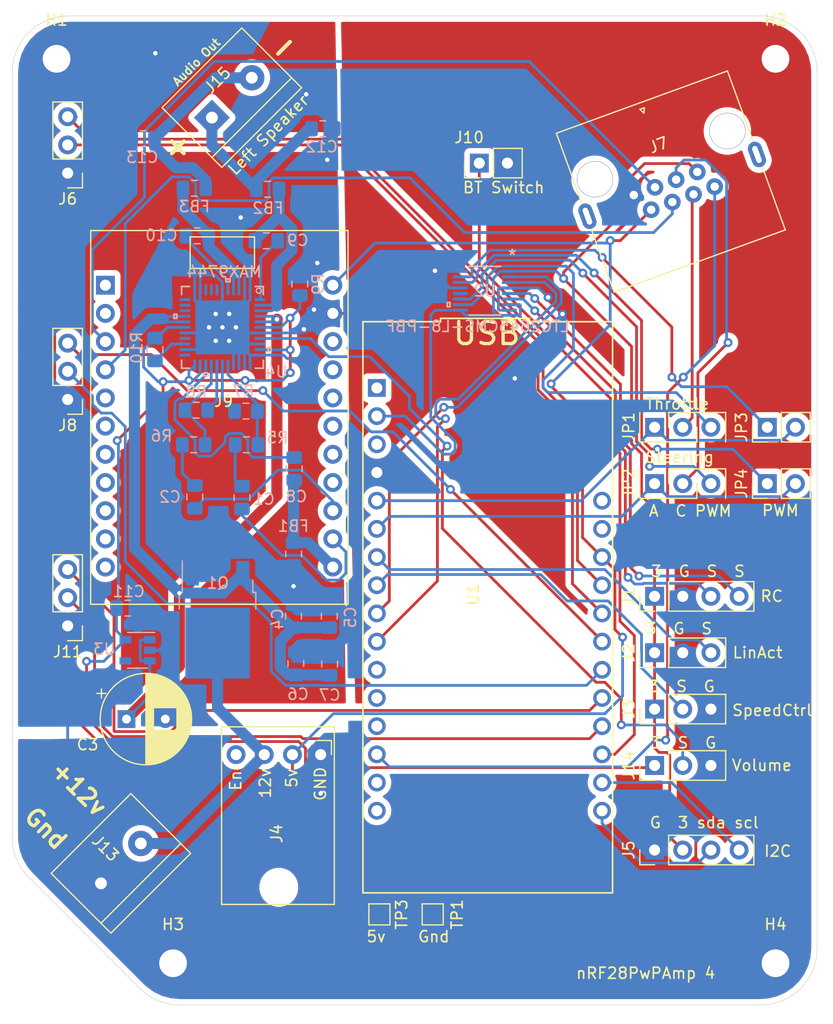
<source format=kicad_pcb>
(kicad_pcb (version 20171130) (host pcbnew "(5.1.6)-1")
  (layers (0 F.Cu signal) (31 B.Cu signal) (34 B.Paste user) (35 F.Paste user) (36 B.SilkS user) (37 F.SilkS user) (38 B.Mask user) (39 F.Mask user) (44 Edge.Cuts user))
  (net 0 "")
  (net 1 +5V)
  (net 2 GND)
  (net 3 +3V3)
  (net 4 "Net-(J9-Pad1)")
  (net 5 "Net-(J9-Pad3)")
  (net 6 "Net-(J9-Pad6)")
  (net 7 "Net-(J9-Pad8)")
  (net 8 "Net-(J9-Pad9)")
  (net 9 "Net-(J9-Pad10)")
  (net 10 "Net-(J9-Pad11)")
  (net 11 "Net-(J9-Pad12)")
  (net 12 "Net-(J9-Pad13)")
  (net 13 "Net-(J9-Pad14)")
  (net 14 "Net-(J9-Pad15)")
  (net 15 "Net-(J9-Pad16)")
  (net 16 "Net-(J9-Pad17)")
  (net 17 "Net-(J9-Pad19)")
  (net 18 "Net-(J9-Pad21)")
  (net 19 "Net-(U1-Pad27)")
  (net 20 +12V)
  (net 21 LeftIN)
  (net 22 "Net-(C1-Pad1)")
  (net 23 "Net-(C2-Pad1)")
  (net 24 RightIN)
  (net 25 "Net-(C3-Pad1)")
  (net 26 GNDA)
  (net 27 "Net-(C8-Pad1)")
  (net 28 "Net-(C9-Pad2)")
  (net 29 "Net-(C9-Pad1)")
  (net 30 "Net-(C10-Pad1)")
  (net 31 "Net-(C10-Pad2)")
  (net 32 "Net-(C12-Pad2)")
  (net 33 "Net-(C13-Pad1)")
  (net 34 "Net-(J14-Pad2)")
  (net 35 "Net-(R5-Pad1)")
  (net 36 "Net-(R6-Pad1)")
  (net 37 "Net-(R7-Pad1)")
  (net 38 "Net-(R8-Pad1)")
  (net 39 "Net-(R10-Pad1)")
  (net 40 "Net-(U4-Pad23)")
  (net 41 "Net-(U4-Pad26)")
  (net 42 "Net-(U4-Pad31)")
  (net 43 "Net-(U4-Pad32)")
  (net 44 "Net-(U4-Pad33)")
  (net 45 "Net-(U4-Pad36)")
  (net 46 "Net-(U4-Pad37)")
  (net 47 "Net-(U4-Pad38)")
  (net 48 LinAct_Position)
  (net 49 SpeedCtrl)
  (net 50 I2C_SDA)
  (net 51 I2C_SCL)
  (net 52 Steering)
  (net 53 Throttle)
  (net 54 Sound2)
  (net 55 Sound1)
  (net 56 BT_Switch)
  (net 57 "Net-(U1-Pad13)")
  (net 58 "Net-(U1-Pad12)")
  (net 59 "Net-(U1-Pad11)")
  (net 60 "Net-(U1-Pad3)")
  (net 61 "Net-(U1-Pad1)")
  (net 62 "Net-(U1-Pad15)")
  (net 63 "Net-(U1-Pad28)")
  (net 64 RCPWMThrottle)
  (net 65 RCPWMSteering)
  (net 66 Left_DIR)
  (net 67 Left_PWM)
  (net 68 ActiveSW)
  (net 69 "Net-(J7-Pad6)")
  (net 70 "Net-(J7-Pad5)")
  (net 71 Right_DIR)
  (net 72 Right_PWM)
  (net 73 LinAct_PWM)
  (net 74 LinAct_DIR)
  (net 75 PWMThrottle)
  (net 76 PWMSteering)
  (net 77 RCAnalogSteering)
  (net 78 RCAnalogThrottle)
  (net 79 "Net-(U1-Pad16)")
  (net 80 "Net-(U2-Pad12)")
  (net 81 "Net-(J4-Pad4)")
  (net 82 "Net-(JP3-Pad1)")
  (net 83 "Net-(JP4-Pad1)")
  (net 84 +3.3VP)
  (net 85 "Net-(U3-Pad4)")
  (module MountingHole:MountingHole_2.5mm (layer F.Cu) (at 177 154.2)
    (fp_text reference H4 (at 0 -3.5) (layer F.SilkS))
    (fp_text value MountingHole)
    (pad 1 np_thru_hole circle (at 0 0) (size 2.5 2.5) (drill 2.5) (layers *.Cu *.Mask))
  )
  (module MountingHole:MountingHole_2.5mm (layer F.Cu) (at 122.7 154.2)
    (fp_text reference H3 (at 0 -3.5) (layer F.SilkS))
    (fp_text value MountingHole)
    (pad 1 np_thru_hole circle (at 0 0) (size 2.5 2.5) (drill 2.5) (layers *.Cu *.Mask))
  )
  (module MountingHole:MountingHole_2.5mm (layer F.Cu) (at 112.2 72.7)
    (fp_text reference H1 (at 0 -3.5) (layer F.SilkS))
    (fp_text value MountingHole)
    (pad 1 np_thru_hole circle (at 0 0) (size 2.5 2.5) (drill 2.5) (layers *.Cu *.Mask))
  )
  (module MountingHole:MountingHole_2.5mm (layer F.Cu) (at 177 72.7)
    (fp_text reference H2 (at 0 -3.5) (layer F.SilkS))
    (fp_text value MountingHole)
    (pad 1 np_thru_hole circle (at 0 0) (size 2.5 2.5) (drill 2.5) (layers *.Cu *.Mask))
  )
  (module "Useful Modifications:Feather_nRF52840" (layer F.Cu) (at 151.2 121 270)
    (fp_text reference U1 (at -0.03302 1.45542 90) (layer F.SilkS))
    (fp_text value Feather_nRF52840)
    (pad 14 thru_hole circle (at 14.37894 10.13206 270) (size 1.6 1.6) (drill 1) (layers *.Cu *.Mask) (net 68 ActiveSW))
    (pad 13 thru_hole circle (at 11.83894 10.13206 270) (size 1.6 1.6) (drill 1) (layers *.Cu *.Mask) (net 57 "Net-(U1-Pad13)"))
    (pad 12 thru_hole circle (at 9.29894 10.13206 270) (size 1.6 1.6) (drill 1) (layers *.Cu *.Mask) (net 58 "Net-(U1-Pad12)"))
    (pad 11 thru_hole circle (at 6.75894 10.13206 270) (size 1.6 1.6) (drill 1) (layers *.Cu *.Mask) (net 59 "Net-(U1-Pad11)"))
    (pad 10 thru_hole circle (at 4.21894 10.13206 270) (size 1.6 1.6) (drill 1) (layers *.Cu *.Mask) (net 77 RCAnalogSteering))
    (pad 9 thru_hole circle (at 1.67894 10.13206 270) (size 1.6 1.6) (drill 1) (layers *.Cu *.Mask) (net 78 RCAnalogThrottle))
    (pad 8 thru_hole circle (at -0.86106 10.13206 270) (size 1.6 1.6) (drill 1) (layers *.Cu *.Mask) (net 49 SpeedCtrl))
    (pad 7 thru_hole circle (at -3.40106 10.13206 270) (size 1.6 1.6) (drill 1) (layers *.Cu *.Mask) (net 48 LinAct_Position))
    (pad 6 thru_hole circle (at -5.94106 10.13206 270) (size 1.6 1.6) (drill 1) (layers *.Cu *.Mask) (net 52 Steering))
    (pad 5 thru_hole circle (at -8.48106 10.13206 270) (size 1.6 1.6) (drill 1) (layers *.Cu *.Mask) (net 53 Throttle))
    (pad 4 thru_hole circle (at -11.02106 10.13206 270) (size 1.6 1.6) (drill 1) (layers *.Cu *.Mask) (net 2 GND))
    (pad 3 thru_hole circle (at -13.56106 10.13206 270) (size 1.6 1.6) (drill 1) (layers *.Cu *.Mask) (net 60 "Net-(U1-Pad3)"))
    (pad 2 thru_hole circle (at -16.10106 10.13206 270) (size 1.6 1.6) (drill 1) (layers *.Cu *.Mask) (net 3 +3V3))
    (pad 1 thru_hole rect (at -18.64106 10.13206 270) (size 1.6 1.6) (drill 1) (layers *.Cu *.Mask) (net 61 "Net-(U1-Pad1)"))
    (pad 17 thru_hole circle (at 19.45894 -10.16794 270) (size 1.6 1.6) (drill 1) (layers *.Cu *.Mask) (net 50 I2C_SDA))
    (pad 18 thru_hole circle (at 16.91894 -10.16794 270) (size 1.6 1.6) (drill 1) (layers *.Cu *.Mask) (net 51 I2C_SCL))
    (pad 19 thru_hole circle (at 14.37894 -10.16794 270) (size 1.6 1.6) (drill 1) (layers *.Cu *.Mask) (net 56 BT_Switch))
    (pad 20 thru_hole circle (at 11.83894 -10.16794 270) (size 1.6 1.6) (drill 1) (layers *.Cu *.Mask) (net 74 LinAct_DIR))
    (pad 21 thru_hole circle (at 9.29894 -10.16794 270) (size 1.6 1.6) (drill 1) (layers *.Cu *.Mask) (net 73 LinAct_PWM))
    (pad 22 thru_hole circle (at 6.75894 -10.16794 270) (size 1.6 1.6) (drill 1) (layers *.Cu *.Mask) (net 71 Right_DIR))
    (pad 23 thru_hole circle (at 4.21894 -10.16794 270) (size 1.6 1.6) (drill 1) (layers *.Cu *.Mask) (net 72 Right_PWM))
    (pad 24 thru_hole circle (at 1.67894 -10.16794 270) (size 1.6 1.6) (drill 1) (layers *.Cu *.Mask) (net 66 Left_DIR))
    (pad 25 thru_hole circle (at -0.86106 -10.16794 270) (size 1.6 1.6) (drill 1) (layers *.Cu *.Mask) (net 67 Left_PWM))
    (pad 26 thru_hole circle (at -3.40106 -10.16794 270) (size 1.6 1.6) (drill 1) (layers *.Cu *.Mask) (net 1 +5V))
    (pad 27 thru_hole circle (at -5.94106 -10.16794 270) (size 1.6 1.6) (drill 1) (layers *.Cu *.Mask) (net 19 "Net-(U1-Pad27)"))
    (pad 28 thru_hole circle (at -8.48106 -10.16794 270) (size 1.6 1.6) (drill 1) (layers *.Cu *.Mask) (net 63 "Net-(U1-Pad28)"))
    (pad 15 thru_hole circle (at 16.91894 10.13206 270) (size 1.6 1.6) (drill 1) (layers *.Cu *.Mask) (net 62 "Net-(U1-Pad15)"))
    (pad 16 thru_hole circle (at 19.45894 10.13206 270) (size 1.6 1.6) (drill 1) (layers *.Cu *.Mask) (net 79 "Net-(U1-Pad16)"))
  )
  (module Connector_PinHeader_2.54mm:PinHeader_1x03_P2.54mm_Vertical (layer F.Cu) (at 166.1 105.9 90)
    (fp_text reference JP1 (at 0 -2.33 90) (layer F.SilkS))
    (fp_text value "Throttle Jumper")
    (pad 3 thru_hole oval (at 0 5.08 90) (size 1.7 1.7) (drill 1) (layers *.Cu *.Mask) (net 75 PWMThrottle))
    (pad 2 thru_hole oval (at 0 2.54 90) (size 1.7 1.7) (drill 1) (layers *.Cu *.Mask) (net 69 "Net-(J7-Pad6)"))
    (pad 1 thru_hole rect (at 0 0 90) (size 1.7 1.7) (drill 1) (layers *.Cu *.Mask) (net 53 Throttle))
  )
  (module Connector_PinHeader_2.54mm:PinHeader_1x03_P2.54mm_Vertical (layer F.Cu) (at 166.1 110.98 90)
    (fp_text reference JP2 (at 0 -2.33 90) (layer F.SilkS))
    (fp_text value "Steering Jumper")
    (pad 1 thru_hole rect (at 0 0 90) (size 1.7 1.7) (drill 1) (layers *.Cu *.Mask) (net 52 Steering))
    (pad 2 thru_hole oval (at 0 2.54 90) (size 1.7 1.7) (drill 1) (layers *.Cu *.Mask) (net 70 "Net-(J7-Pad5)"))
    (pad 3 thru_hole oval (at 0 5.08 90) (size 1.7 1.7) (drill 1) (layers *.Cu *.Mask) (net 76 PWMSteering))
  )
  (module "Useful Modifications:RJ45_x08_Tab_Up" (layer F.Cu) (at 166.55 80.3 200)
    (fp_text reference J7 (at 0.1524 -0.13208 20) (layer F.SilkS))
    (fp_text value 8P8C)
    (pad "" np_thru_hole circle (at -6.11832 -1.05918 20) (size 3.25 3.25) (drill 3.2) (layers *.Cu *.Mask))
    (pad "" np_thru_hole circle (at 6.58168 -1.05918 20) (size 3.25 3.25) (drill 3.200001) (layers *.Cu *.Mask))
    (pad 8 thru_hole circle (at -3.32902 -5.37918 200) (size 1.5 1.5) (drill 0.76) (layers *.Cu *.Mask) (net 68 ActiveSW))
    (pad 7 thru_hole circle (at -2.30902 -3.59918 200) (size 1.5 1.5) (drill 0.76) (layers *.Cu *.Mask) (net 3 +3V3))
    (pad 6 thru_hole circle (at -1.29902 -5.37918 200) (size 1.5 1.5) (drill 0.76) (layers *.Cu *.Mask) (net 69 "Net-(J7-Pad6)"))
    (pad 5 thru_hole circle (at -0.27902 -3.59918 200) (size 1.5 1.5) (drill 0.76) (layers *.Cu *.Mask) (net 70 "Net-(J7-Pad5)"))
    (pad 4 thru_hole circle (at 0.73098 -5.37918 200) (size 1.5 1.5) (drill 0.76) (layers *.Cu *.Mask) (net 54 Sound2))
    (pad 3 thru_hole circle (at 1.75098 -3.59918 200) (size 1.5 1.5) (drill 0.76) (layers *.Cu *.Mask) (net 55 Sound1))
    (pad 2 thru_hole circle (at 2.76098 -5.37918 200) (size 1.5 1.5) (drill 0.76) (layers *.Cu *.Mask) (net 1 +5V))
    (pad 1 thru_hole rect (at 3.78098 -3.59918 200) (size 1.5 1.5) (drill 0.76) (layers *.Cu *.Mask) (net 2 GND))
    (pad 9 thru_hole oval (at -7.89832 -3.96113 20) (size 1.259 2.362) (drill oval 0.5 1.6) (layers *.Cu *.Mask))
    (pad 10 thru_hole oval (at 8.36168 -3.96113 20) (size 1.259 2.362) (drill oval 0.5 1.6) (layers *.Cu *.Mask))
  )
  (module "Useful Modifications:FXSound_2x11_P2.54mm_Short" (layer F.Cu) (at 116.6 93.1)
    (fp_text reference J9 (at 10.6553 10.4521) (layer F.SilkS))
    (fp_text value 22Pin_FXSound)
    (pad 1 thru_hole rect (at 0 0) (size 1.7 1.7) (drill 1) (layers *.Cu *.Mask) (net 4 "Net-(J9-Pad1)"))
    (pad 2 thru_hole oval (at 20.5 0) (size 1.7 1.7) (drill 1) (layers *.Cu *.Mask) (net 1 +5V))
    (pad 3 thru_hole oval (at 0 2.54) (size 1.7 1.7) (drill 1) (layers *.Cu *.Mask) (net 5 "Net-(J9-Pad3)"))
    (pad 4 thru_hole oval (at 20.5 2.54) (size 1.7 1.7) (drill 1) (layers *.Cu *.Mask) (net 2 GND))
    (pad 5 thru_hole oval (at 0 5.08) (size 1.7 1.7) (drill 1) (layers *.Cu *.Mask) (net 55 Sound1))
    (pad 6 thru_hole oval (at 20.5 5.08) (size 1.7 1.7) (drill 1) (layers *.Cu *.Mask) (net 6 "Net-(J9-Pad6)"))
    (pad 7 thru_hole oval (at 0 7.62) (size 1.7 1.7) (drill 1) (layers *.Cu *.Mask) (net 54 Sound2))
    (pad 8 thru_hole oval (at 20.5 7.62) (size 1.7 1.7) (drill 1) (layers *.Cu *.Mask) (net 7 "Net-(J9-Pad8)"))
    (pad 9 thru_hole oval (at 0 10.16) (size 1.7 1.7) (drill 1) (layers *.Cu *.Mask) (net 8 "Net-(J9-Pad9)"))
    (pad 10 thru_hole oval (at 20.5 10.16) (size 1.7 1.7) (drill 1) (layers *.Cu *.Mask) (net 9 "Net-(J9-Pad10)"))
    (pad 11 thru_hole oval (at 0 12.7) (size 1.7 1.7) (drill 1) (layers *.Cu *.Mask) (net 10 "Net-(J9-Pad11)"))
    (pad 12 thru_hole oval (at 20.5 12.7) (size 1.7 1.7) (drill 1) (layers *.Cu *.Mask) (net 11 "Net-(J9-Pad12)"))
    (pad 13 thru_hole oval (at 0 15.24) (size 1.7 1.7) (drill 1) (layers *.Cu *.Mask) (net 12 "Net-(J9-Pad13)"))
    (pad 14 thru_hole oval (at 20.5 15.24) (size 1.7 1.7) (drill 1) (layers *.Cu *.Mask) (net 13 "Net-(J9-Pad14)"))
    (pad 15 thru_hole oval (at 0 17.78) (size 1.7 1.7) (drill 1) (layers *.Cu *.Mask) (net 14 "Net-(J9-Pad15)"))
    (pad 16 thru_hole oval (at 20.5 17.78) (size 1.7 1.7) (drill 1) (layers *.Cu *.Mask) (net 15 "Net-(J9-Pad16)"))
    (pad 17 thru_hole oval (at 0 20.32) (size 1.7 1.7) (drill 1) (layers *.Cu *.Mask) (net 16 "Net-(J9-Pad17)"))
    (pad 18 thru_hole oval (at 20.5 20.32) (size 1.7 1.7) (drill 1) (layers *.Cu *.Mask) (net 24 RightIN))
    (pad 19 thru_hole oval (at 0 22.86) (size 1.7 1.7) (drill 1) (layers *.Cu *.Mask) (net 17 "Net-(J9-Pad19)"))
    (pad 20 thru_hole oval (at 20.5 22.86) (size 1.7 1.7) (drill 1) (layers *.Cu *.Mask) (net 21 LeftIN))
    (pad 21 thru_hole oval (at 0 25.4) (size 1.7 1.7) (drill 1) (layers *.Cu *.Mask) (net 18 "Net-(J9-Pad21)"))
    (pad 22 thru_hole oval (at 20.5 25.4) (size 1.7 1.7) (drill 1) (layers *.Cu *.Mask) (net 26 GNDA))
  )
  (module Connector_PinHeader_2.54mm:PinHeader_1x04_P2.54mm_Vertical (layer F.Cu) (at 166.1 144 90)
    (fp_text reference J5 (at 0 -2.33 90) (layer F.SilkS))
    (fp_text value I2C (at -0.1 11.1 180) (layer F.SilkS))
    (pad 4 thru_hole oval (at 0 7.62 90) (size 1.7 1.7) (drill 1) (layers *.Cu *.Mask) (net 51 I2C_SCL))
    (pad 3 thru_hole oval (at 0 5.08 90) (size 1.7 1.7) (drill 1) (layers *.Cu *.Mask) (net 50 I2C_SDA))
    (pad 2 thru_hole oval (at 0 2.54 90) (size 1.7 1.7) (drill 1) (layers *.Cu *.Mask) (net 3 +3V3))
    (pad 1 thru_hole rect (at 0 0 90) (size 1.7 1.7) (drill 1) (layers *.Cu *.Mask) (net 2 GND))
  )
  (module "Useful Modifications:TerminalBlock_bornier-2_P5.08mm" (layer F.Cu) (at 126.2 78 45)
    (fp_text reference J15 (at 2.7432 -2.032 45) (layer F.SilkS))
    (fp_text value "Left Speaker" (at 2.5 4.7 45) (layer F.SilkS))
    (pad 1 thru_hole rect (at 0 0 45) (size 2.286 2.286) (drill 1.0668) (layers *.Cu *.Mask) (net 32 "Net-(C12-Pad2)"))
    (pad 2 thru_hole circle (at 5.08 0 45) (size 2.286 2.286) (drill 1.0668) (layers *.Cu *.Mask) (net 33 "Net-(C13-Pad1)"))
  )
  (module Capacitor_SMD:C_0805_2012Metric_Pad1.15x1.40mm_HandSolder (layer B.Cu) (at 128.91192 112.24106 270)
    (fp_text reference C1 (at 0.136 -1.9812 180) (layer B.SilkS) (effects (justify mirror)))
    (fp_text value 0.47µF)
    (pad 1 smd roundrect (at -1.025 0 270) (size 1.15 1.4) (layers B.Cu B.Paste B.Mask) (roundrect_rratio 0.217391) (net 22 "Net-(C1-Pad1)"))
    (pad 2 smd roundrect (at 1.025 0 270) (size 1.15 1.4) (layers B.Cu B.Paste B.Mask) (roundrect_rratio 0.217391) (net 21 LeftIN))
  )
  (module Capacitor_SMD:C_0805_2012Metric_Pad1.15x1.40mm_HandSolder (layer B.Cu) (at 124.65742 112.1801 270)
    (fp_text reference C2 (at 0 2.2352 180) (layer B.SilkS) (effects (justify mirror)))
    (fp_text value 0.47µF)
    (pad 2 smd roundrect (at 1.025 0 270) (size 1.15 1.4) (layers B.Cu B.Paste B.Mask) (roundrect_rratio 0.217391) (net 24 RightIN))
    (pad 1 smd roundrect (at -1.025 0 270) (size 1.15 1.4) (layers B.Cu B.Paste B.Mask) (roundrect_rratio 0.217391) (net 23 "Net-(C2-Pad1)"))
  )
  (module Capacitor_THT:CP_Radial_D8.0mm_P3.50mm (layer F.Cu) (at 118.5 132.2)
    (fp_text reference C3 (at -3.5 2.3) (layer F.SilkS))
    (fp_text value 470µF)
    (pad 1 thru_hole rect (at 0 0) (size 1.6 1.6) (drill 0.8) (layers *.Cu *.Mask) (net 25 "Net-(C3-Pad1)"))
    (pad 2 thru_hole circle (at 3.5 0) (size 1.6 1.6) (drill 0.8) (layers *.Cu *.Mask) (net 2 GND))
  )
  (module Capacitor_SMD:C_0805_2012Metric_Pad1.15x1.40mm_HandSolder (layer B.Cu) (at 133.55604 122.92912 270)
    (fp_text reference C4 (at 0.25934 1.44372 90) (layer B.SilkS) (effects (justify mirror)))
    (fp_text value 10µF)
    (pad 1 smd roundrect (at -1.025 0 270) (size 1.15 1.4) (layers B.Cu B.Paste B.Mask) (roundrect_rratio 0.217391) (net 2 GND))
    (pad 2 smd roundrect (at 1.025 0 270) (size 1.15 1.4) (layers B.Cu B.Paste B.Mask) (roundrect_rratio 0.217391) (net 25 "Net-(C3-Pad1)"))
  )
  (module Capacitor_SMD:C_0805_2012Metric_Pad1.15x1.40mm_HandSolder (layer B.Cu) (at 136.78184 122.92912 270)
    (fp_text reference C5 (at 0.10186 -1.904 270) (layer B.SilkS) (effects (justify mirror)))
    (fp_text value 10µF)
    (pad 1 smd roundrect (at -1.025 0 270) (size 1.15 1.4) (layers B.Cu B.Paste B.Mask) (roundrect_rratio 0.217391) (net 2 GND))
    (pad 2 smd roundrect (at 1.025 0 270) (size 1.15 1.4) (layers B.Cu B.Paste B.Mask) (roundrect_rratio 0.217391) (net 25 "Net-(C3-Pad1)"))
  )
  (module Capacitor_SMD:C_0805_2012Metric_Pad1.15x1.40mm_HandSolder (layer B.Cu) (at 133.76586 127.19658 270)
    (fp_text reference C6 (at 2.75844 -0.19304 180) (layer B.SilkS) (effects (justify mirror)))
    (fp_text value 0.1µF)
    (pad 2 smd roundrect (at 1.025 0 270) (size 1.15 1.4) (layers B.Cu B.Paste B.Mask) (roundrect_rratio 0.217391) (net 25 "Net-(C3-Pad1)"))
    (pad 1 smd roundrect (at -1.025 0 270) (size 1.15 1.4) (layers B.Cu B.Paste B.Mask) (roundrect_rratio 0.217391) (net 2 GND))
  )
  (module Capacitor_SMD:C_0805_2012Metric_Pad1.15x1.40mm_HandSolder (layer B.Cu) (at 136.81132 127.23722 270)
    (fp_text reference C7 (at 2.79654 -0.00254 180) (layer B.SilkS) (effects (justify mirror)))
    (fp_text value 0.1µF)
    (pad 2 smd roundrect (at 1.025 0 270) (size 1.15 1.4) (layers B.Cu B.Paste B.Mask) (roundrect_rratio 0.217391) (net 25 "Net-(C3-Pad1)"))
    (pad 1 smd roundrect (at -1.025 0 270) (size 1.15 1.4) (layers B.Cu B.Paste B.Mask) (roundrect_rratio 0.217391) (net 2 GND))
  )
  (module Capacitor_SMD:C_0805_2012Metric_Pad1.15x1.40mm_HandSolder (layer B.Cu) (at 133.61854 109.64264 270)
    (fp_text reference C8 (at 2.5019 -0.1905 180) (layer B.SilkS) (effects (justify mirror)))
    (fp_text value 2.2µF)
    (pad 1 smd roundrect (at -1.025 0 270) (size 1.15 1.4) (layers B.Cu B.Paste B.Mask) (roundrect_rratio 0.217391) (net 27 "Net-(C8-Pad1)"))
    (pad 2 smd roundrect (at 1.025 0 270) (size 1.15 1.4) (layers B.Cu B.Paste B.Mask) (roundrect_rratio 0.217391) (net 26 GNDA))
  )
  (module Capacitor_SMD:C_0805_2012Metric_Pad1.15x1.40mm_HandSolder (layer B.Cu) (at 131.10648 89.10166)
    (fp_text reference C9 (at 2.82956 -0.04572) (layer B.SilkS) (effects (justify mirror)))
    (fp_text value 0.1µF)
    (pad 1 smd roundrect (at -1.025 0) (size 1.15 1.4) (layers B.Cu B.Paste B.Mask) (roundrect_rratio 0.217391) (net 29 "Net-(C9-Pad1)"))
    (pad 2 smd roundrect (at 1.025 0) (size 1.15 1.4) (layers B.Cu B.Paste B.Mask) (roundrect_rratio 0.217391) (net 28 "Net-(C9-Pad2)"))
  )
  (module Capacitor_SMD:C_0805_2012Metric_Pad1.15x1.40mm_HandSolder (layer B.Cu) (at 124.88094 88.65462 180)
    (fp_text reference C10 (at 3.2258 0.0508) (layer B.SilkS) (effects (justify mirror)))
    (fp_text value 0.1µF)
    (pad 2 smd roundrect (at 1.025 0 180) (size 1.15 1.4) (layers B.Cu B.Paste B.Mask) (roundrect_rratio 0.217391) (net 31 "Net-(C10-Pad2)"))
    (pad 1 smd roundrect (at -1.025 0 180) (size 1.15 1.4) (layers B.Cu B.Paste B.Mask) (roundrect_rratio 0.217391) (net 30 "Net-(C10-Pad1)"))
  )
  (module Capacitor_SMD:C_0805_2012Metric_Pad1.15x1.40mm_HandSolder (layer B.Cu) (at 136.2 79 180)
    (fp_text reference C12 (at 0.1016 -1.6256) (layer B.SilkS) (effects (justify mirror)))
    (fp_text value 470pF)
    (pad 2 smd roundrect (at 1.025 0 180) (size 1.15 1.4) (layers B.Cu B.Paste B.Mask) (roundrect_rratio 0.217391) (net 32 "Net-(C12-Pad2)"))
    (pad 1 smd roundrect (at -1.025 0 180) (size 1.15 1.4) (layers B.Cu B.Paste B.Mask) (roundrect_rratio 0.217391) (net 2 GND))
  )
  (module Capacitor_SMD:C_0805_2012Metric_Pad1.15x1.40mm_HandSolder (layer B.Cu) (at 120 79.8967 180)
    (fp_text reference C13 (at 0.0762 -1.6764) (layer B.SilkS) (effects (justify mirror)))
    (fp_text value 470pF)
    (pad 1 smd roundrect (at -1.025 0 180) (size 1.15 1.4) (layers B.Cu B.Paste B.Mask) (roundrect_rratio 0.217391) (net 33 "Net-(C13-Pad1)"))
    (pad 2 smd roundrect (at 1.025 0 180) (size 1.15 1.4) (layers B.Cu B.Paste B.Mask) (roundrect_rratio 0.217391) (net 2 GND))
  )
  (module Inductor_SMD:L_0805_2012Metric_Pad1.15x1.40mm_HandSolder (layer B.Cu) (at 133.5652 117.3236 270)
    (fp_text reference FB1 (at -2.5146 0.0254 180) (layer B.SilkS) (effects (justify mirror)))
    (fp_text value MPZ2012S221AT00)
    (pad 2 smd roundrect (at 1.025 0 270) (size 1.15 1.4) (layers B.Cu B.Paste B.Mask) (roundrect_rratio 0.217391) (net 2 GND))
    (pad 1 smd roundrect (at -1.025 0 270) (size 1.15 1.4) (layers B.Cu B.Paste B.Mask) (roundrect_rratio 0.217391) (net 26 GNDA))
  )
  (module Inductor_SMD:L_0805_2012Metric_Pad1.15x1.40mm_HandSolder (layer B.Cu) (at 131.22586 84.456 180)
    (fp_text reference FB2 (at -0.0254 -1.7018) (layer B.SilkS) (effects (justify mirror)))
    (fp_text value MPZ2012S221AT00)
    (pad 2 smd roundrect (at 1.025 0 180) (size 1.15 1.4) (layers B.Cu B.Paste B.Mask) (roundrect_rratio 0.217391) (net 32 "Net-(C12-Pad2)"))
    (pad 1 smd roundrect (at -1.025 0 180) (size 1.15 1.4) (layers B.Cu B.Paste B.Mask) (roundrect_rratio 0.217391) (net 29 "Net-(C9-Pad1)"))
  )
  (module Inductor_SMD:L_0805_2012Metric_Pad1.15x1.40mm_HandSolder (layer B.Cu) (at 124.61424 84.36456)
    (fp_text reference FB3 (at 0 1.65) (layer B.SilkS) (effects (justify mirror)))
    (fp_text value MPZ2012S221AT00)
    (pad 1 smd roundrect (at -1.025 0) (size 1.15 1.4) (layers B.Cu B.Paste B.Mask) (roundrect_rratio 0.217391) (net 30 "Net-(C10-Pad1)"))
    (pad 2 smd roundrect (at 1.025 0) (size 1.15 1.4) (layers B.Cu B.Paste B.Mask) (roundrect_rratio 0.217391) (net 33 "Net-(C13-Pad1)"))
  )
  (module Connector_PinHeader_2.54mm:PinHeader_1x02_P2.54mm_Vertical (layer F.Cu) (at 150.3 82.1 90)
    (fp_text reference J10 (at 2.3114 -0.9144 180) (layer F.SilkS))
    (fp_text value "BT Switch" (at -2.2 2.2 180) (layer F.SilkS))
    (pad 1 thru_hole rect (at 0 0 90) (size 1.7 1.7) (drill 1) (layers *.Cu *.Mask) (net 56 BT_Switch))
    (pad 2 thru_hole oval (at 0 2.54 90) (size 1.7 1.7) (drill 1) (layers *.Cu *.Mask) (net 2 GND))
  )
  (module "Useful Modifications:TerminalBlock_bornier-2_P5.08mm" (layer F.Cu) (at 116.2 147 45)
    (fp_text reference J13 (at 2.5273 -1.9558 315) (layer F.SilkS))
    (fp_text value "Main Power")
    (pad 1 thru_hole rect (at 0 0 45) (size 2.286 2.286) (drill 1.0668) (layers *.Cu *.Mask) (net 2 GND))
    (pad 2 thru_hole circle (at 5.08 0 45) (size 2.286 2.286) (drill 1.0668) (layers *.Cu *.Mask) (net 20 +12V))
  )
  (module Resistor_SMD:R_0805_2012Metric_Pad1.15x1.40mm_HandSolder (layer B.Cu) (at 129.31832 107.4811 180)
    (fp_text reference R5 (at -2.78638 0.64262) (layer B.SilkS) (effects (justify mirror)))
    (fp_text value 20K)
    (pad 2 smd roundrect (at 1.025 0 180) (size 1.15 1.4) (layers B.Cu B.Paste B.Mask) (roundrect_rratio 0.217391) (net 22 "Net-(C1-Pad1)"))
    (pad 1 smd roundrect (at -1.025 0 180) (size 1.15 1.4) (layers B.Cu B.Paste B.Mask) (roundrect_rratio 0.217391) (net 35 "Net-(R5-Pad1)"))
  )
  (module Resistor_SMD:R_0805_2012Metric_Pad1.15x1.40mm_HandSolder (layer B.Cu) (at 124.55836 107.4811 180)
    (fp_text reference R6 (at 2.90068 0.80264) (layer B.SilkS) (effects (justify mirror)))
    (fp_text value 20K)
    (pad 1 smd roundrect (at -1.025 0 180) (size 1.15 1.4) (layers B.Cu B.Paste B.Mask) (roundrect_rratio 0.217391) (net 36 "Net-(R6-Pad1)"))
    (pad 2 smd roundrect (at 1.025 0 180) (size 1.15 1.4) (layers B.Cu B.Paste B.Mask) (roundrect_rratio 0.217391) (net 23 "Net-(C2-Pad1)"))
  )
  (module Resistor_SMD:R_0805_2012Metric_Pad1.15x1.40mm_HandSolder (layer B.Cu) (at 129.26752 104.44834)
    (fp_text reference R7 (at -0.2286 -1.8034) (layer B.SilkS) (effects (justify mirror)))
    (fp_text value 20K)
    (pad 1 smd roundrect (at -1.025 0) (size 1.15 1.4) (layers B.Cu B.Paste B.Mask) (roundrect_rratio 0.217391) (net 37 "Net-(R7-Pad1)"))
    (pad 2 smd roundrect (at 1.025 0) (size 1.15 1.4) (layers B.Cu B.Paste B.Mask) (roundrect_rratio 0.217391) (net 35 "Net-(R5-Pad1)"))
  )
  (module Resistor_SMD:R_0805_2012Metric_Pad1.15x1.40mm_HandSolder (layer B.Cu) (at 124.78442 104.35944 180)
    (fp_text reference R8 (at 0 1.65) (layer B.SilkS) (effects (justify mirror)))
    (fp_text value 20K)
    (pad 2 smd roundrect (at 1.025 0 180) (size 1.15 1.4) (layers B.Cu B.Paste B.Mask) (roundrect_rratio 0.217391) (net 36 "Net-(R6-Pad1)"))
    (pad 1 smd roundrect (at -1.025 0 180) (size 1.15 1.4) (layers B.Cu B.Paste B.Mask) (roundrect_rratio 0.217391) (net 38 "Net-(R8-Pad1)"))
  )
  (module Resistor_SMD:R_0805_2012Metric_Pad1.15x1.40mm_HandSolder (layer B.Cu) (at 134.124 92.9994 90)
    (fp_text reference R9 (at 0 1.65 270) (layer B.SilkS) (effects (justify mirror)))
    (fp_text value 10K)
    (pad 1 smd roundrect (at -1.025 0 90) (size 1.15 1.4) (layers B.Cu B.Paste B.Mask) (roundrect_rratio 0.217391) (net 84 +3.3VP))
    (pad 2 smd roundrect (at 1.025 0 90) (size 1.15 1.4) (layers B.Cu B.Paste B.Mask) (roundrect_rratio 0.217391) (net 2 GND))
  )
  (module Resistor_SMD:R_0805_2012Metric_Pad1.15x1.40mm_HandSolder (layer B.Cu) (at 121.06586 98.8959 90)
    (fp_text reference R10 (at 0.16002 -1.63322 270) (layer B.SilkS) (effects (justify mirror)))
    (fp_text value 10K)
    (pad 1 smd roundrect (at -1.025 0 90) (size 1.15 1.4) (layers B.Cu B.Paste B.Mask) (roundrect_rratio 0.217391) (net 39 "Net-(R10-Pad1)"))
    (pad 2 smd roundrect (at 1.025 0 90) (size 1.15 1.4) (layers B.Cu B.Paste B.Mask) (roundrect_rratio 0.217391) (net 84 +3.3VP))
  )
  (module TestPoint:TestPoint_Pad_1.5x1.5mm (layer F.Cu) (at 146.1 149.8 90)
    (fp_text reference TP1 (at 0 2.2 90) (layer F.SilkS))
    (fp_text value Gnd (at -2 0.1) (layer F.SilkS))
    (pad 1 smd rect (at 0 0 90) (size 1.5 1.5) (layers F.Cu F.Mask) (net 2 GND))
  )
  (module "Useful Modifications:TO-252-2pin3D" (layer B.Cu) (at 126.7082 123.2514 270)
    (fp_text reference Q1 (at -3.30906 -0.02694 180) (layer B.SilkS) (effects (justify mirror)))
    (fp_text value AOD417)
    (pad 1 smd rect (at -4.2 2.28 270) (size 2.2 1.2) (layers B.Cu B.Paste B.Mask) (net 2 GND))
    (pad 2 smd rect (at -4.2 -2.28 270) (size 2.2 1.2) (layers B.Cu B.Paste B.Mask) (net 25 "Net-(C3-Pad1)"))
    (pad 3 smd rect (at 2.1 0 270) (size 6.4 5.8) (layers B.Cu B.Mask) (net 20 +12V))
  )
  (module Connector_PinHeader_2.54mm:PinHeader_1x04_P2.54mm_Vertical (layer F.Cu) (at 166.1 121.14 90)
    (fp_text reference J1 (at 0 -2.33 90) (layer F.SilkS))
    (fp_text value RC (at 0.015 10.557 180) (layer F.SilkS))
    (pad 1 thru_hole rect (at 0 0 90) (size 1.7 1.7) (drill 1) (layers *.Cu *.Mask) (net 3 +3V3))
    (pad 2 thru_hole oval (at 0 2.54 90) (size 1.7 1.7) (drill 1) (layers *.Cu *.Mask) (net 2 GND))
    (pad 3 thru_hole oval (at 0 5.08 90) (size 1.7 1.7) (drill 1) (layers *.Cu *.Mask) (net 64 RCPWMThrottle))
    (pad 4 thru_hole oval (at 0 7.62 90) (size 1.7 1.7) (drill 1) (layers *.Cu *.Mask) (net 65 RCPWMSteering))
  )
  (module Connector_PinHeader_2.54mm:PinHeader_1x03_P2.54mm_Vertical (layer F.Cu) (at 166.1 126.22 90)
    (fp_text reference J2 (at 0 -2.33 90) (layer F.SilkS))
    (fp_text value LinAct (at 0.015 9.287 180) (layer F.SilkS))
    (pad 1 thru_hole rect (at 0 0 90) (size 1.7 1.7) (drill 1) (layers *.Cu *.Mask) (net 3 +3V3))
    (pad 2 thru_hole oval (at 0 2.54 90) (size 1.7 1.7) (drill 1) (layers *.Cu *.Mask) (net 2 GND))
    (pad 3 thru_hole oval (at 0 5.08 90) (size 1.7 1.7) (drill 1) (layers *.Cu *.Mask) (net 48 LinAct_Position))
  )
  (module Connector_PinHeader_2.54mm:PinHeader_1x03_P2.54mm_Vertical (layer F.Cu) (at 166.1 131.3 90)
    (fp_text reference J3 (at 0 -2.33 90) (layer F.SilkS))
    (fp_text value SpeedCtrl (at -0.112 10.6 180) (layer F.SilkS))
    (pad 3 thru_hole oval (at 0 5.08 90) (size 1.7 1.7) (drill 1) (layers *.Cu *.Mask) (net 2 GND))
    (pad 2 thru_hole oval (at 0 2.54 90) (size 1.7 1.7) (drill 1) (layers *.Cu *.Mask) (net 49 SpeedCtrl))
    (pad 1 thru_hole rect (at 0 0 90) (size 1.7 1.7) (drill 1) (layers *.Cu *.Mask) (net 3 +3V3))
  )
  (module Connector_PinHeader_2.54mm:PinHeader_1x03_P2.54mm_Vertical (layer F.Cu) (at 113.2 83 180)
    (fp_text reference J6 (at 0 -2.33) (layer F.SilkS))
    (fp_text value Left_M1)
    (pad 1 thru_hole rect (at 0 0 180) (size 1.7 1.7) (drill 1) (layers *.Cu *.Mask) (net 2 GND))
    (pad 2 thru_hole oval (at 0 2.54 180) (size 1.7 1.7) (drill 1) (layers *.Cu *.Mask) (net 66 Left_DIR))
    (pad 3 thru_hole oval (at 0 5.08 180) (size 1.7 1.7) (drill 1) (layers *.Cu *.Mask) (net 67 Left_PWM))
  )
  (module Connector_PinHeader_2.54mm:PinHeader_1x03_P2.54mm_Vertical (layer F.Cu) (at 113.2 103.4 180)
    (fp_text reference J8 (at 0 -2.33) (layer F.SilkS))
    (fp_text value Right_M2)
    (pad 1 thru_hole rect (at 0 0 180) (size 1.7 1.7) (drill 1) (layers *.Cu *.Mask) (net 2 GND))
    (pad 2 thru_hole oval (at 0 2.54 180) (size 1.7 1.7) (drill 1) (layers *.Cu *.Mask) (net 71 Right_DIR))
    (pad 3 thru_hole oval (at 0 5.08 180) (size 1.7 1.7) (drill 1) (layers *.Cu *.Mask) (net 72 Right_PWM))
  )
  (module Connector_PinHeader_2.54mm:PinHeader_1x03_P2.54mm_Vertical (layer F.Cu) (at 113.2 123.8 180)
    (fp_text reference J11 (at 0 -2.33) (layer F.SilkS))
    (fp_text value LinAct_M3)
    (pad 3 thru_hole oval (at 0 5.08 180) (size 1.7 1.7) (drill 1) (layers *.Cu *.Mask) (net 73 LinAct_PWM))
    (pad 2 thru_hole oval (at 0 2.54 180) (size 1.7 1.7) (drill 1) (layers *.Cu *.Mask) (net 74 LinAct_DIR))
    (pad 1 thru_hole rect (at 0 0 180) (size 1.7 1.7) (drill 1) (layers *.Cu *.Mask) (net 2 GND))
  )
  (module Connector_PinHeader_2.54mm:PinHeader_1x03_P2.54mm_Vertical (layer F.Cu) (at 166.1 136.38 90)
    (fp_text reference J14 (at 0 -2.33 90) (layer F.SilkS))
    (fp_text value Volume (at 0.015 9.668 180) (layer F.SilkS))
    (pad 1 thru_hole rect (at 0 0 90) (size 1.7 1.7) (drill 1) (layers *.Cu *.Mask) (net 84 +3.3VP))
    (pad 2 thru_hole oval (at 0 2.54 90) (size 1.7 1.7) (drill 1) (layers *.Cu *.Mask) (net 34 "Net-(J14-Pad2)"))
    (pad 3 thru_hole oval (at 0 5.08 90) (size 1.7 1.7) (drill 1) (layers *.Cu *.Mask) (net 2 GND))
  )
  (module "Useful Modifications:max9744eth&plus_Mod" (layer B.Cu) (at 127.15 96.9 180)
    (fp_text reference U4 (at -4.85 -4) (layer B.SilkS) (effects (justify mirror)))
    (fp_text value MAX9744 (at -0.15 5) (layer B.SilkS) (effects (justify mirror)))
    (pad 45 thru_hole circle (at 0.606425 -1.21285 180) (size 0.8 0.8) (drill 0.4) (layers *.Cu *.Mask) (net 2 GND))
    (pad 45 thru_hole circle (at -0.606425 -1.21285 180) (size 0.8 0.8) (drill 0.4) (layers *.Cu *.Mask) (net 2 GND))
    (pad 45 thru_hole circle (at -0.606425 1.21285 180) (size 0.8 0.8) (drill 0.4) (layers *.Cu *.Mask) (net 2 GND))
    (pad 45 thru_hole circle (at 0.606425 1.21285 180) (size 0.8 0.8) (drill 0.4) (layers *.Cu *.Mask) (net 2 GND))
    (pad 45 thru_hole circle (at -1.21285 0 180) (size 0.8 0.8) (drill 0.4) (layers *.Cu *.Mask) (net 2 GND))
    (pad 45 thru_hole circle (at 1.21285 0 180) (size 0.8 0.8) (drill 0.4) (layers *.Cu *.Mask) (net 2 GND))
    (pad 45 thru_hole circle (at 0 0 180) (size 0.8 0.8) (drill 0.4) (layers *.Cu *.Mask) (net 2 GND))
    (pad 1 smd rect (at -3.3782 2.5 90) (size 0.254 0.9652) (layers B.Cu B.Paste B.Mask) (net 28 "Net-(C9-Pad2)"))
    (pad 2 smd rect (at -3.3782 2.000001 90) (size 0.254 0.9652) (layers B.Cu B.Paste B.Mask) (net 29 "Net-(C9-Pad1)"))
    (pad 3 smd rect (at -3.3782 1.5 90) (size 0.254 0.9652) (layers B.Cu B.Paste B.Mask) (net 29 "Net-(C9-Pad1)"))
    (pad 4 smd rect (at -3.3782 1.000001 90) (size 0.254 0.9652) (layers B.Cu B.Paste B.Mask) (net 25 "Net-(C3-Pad1)"))
    (pad 5 smd rect (at -3.3782 0.499999 90) (size 0.254 0.9652) (layers B.Cu B.Paste B.Mask) (net 25 "Net-(C3-Pad1)"))
    (pad 6 smd rect (at -3.3782 0 90) (size 0.254 0.9652) (layers B.Cu B.Paste B.Mask) (net 84 +3.3VP))
    (pad 7 smd rect (at -3.3782 -0.499999 90) (size 0.254 0.9652) (layers B.Cu B.Paste B.Mask) (net 2 GND))
    (pad 8 smd rect (at -3.3782 -1.000001 90) (size 0.254 0.9652) (layers B.Cu B.Paste B.Mask) (net 34 "Net-(J14-Pad2)"))
    (pad 9 smd rect (at -3.3782 -1.5 90) (size 0.254 0.9652) (layers B.Cu B.Paste B.Mask) (net 2 GND))
    (pad 10 smd rect (at -3.3782 -2.000001 90) (size 0.254 0.9652) (layers B.Cu B.Paste B.Mask) (net 84 +3.3VP))
    (pad 11 smd rect (at -3.3782 -2.5 90) (size 0.254 0.9652) (layers B.Cu B.Paste B.Mask) (net 2 GND))
    (pad 12 smd rect (at -2.5 -3.3782 180) (size 0.254 0.9652) (layers B.Cu B.Paste B.Mask) (net 2 GND))
    (pad 13 smd rect (at -2.000001 -3.3782 180) (size 0.254 0.9652) (layers B.Cu B.Paste B.Mask) (net 2 GND))
    (pad 14 smd rect (at -1.5 -3.3782 180) (size 0.254 0.9652) (layers B.Cu B.Paste B.Mask) (net 2 GND))
    (pad 15 smd rect (at -1.000001 -3.3782 180) (size 0.254 0.9652) (layers B.Cu B.Paste B.Mask) (net 2 GND))
    (pad 16 smd rect (at -0.499999 -3.3782 180) (size 0.254 0.9652) (layers B.Cu B.Paste B.Mask) (net 35 "Net-(R5-Pad1)"))
    (pad 17 smd rect (at 0 -3.3782 180) (size 0.254 0.9652) (layers B.Cu B.Paste B.Mask) (net 37 "Net-(R7-Pad1)"))
    (pad 18 smd rect (at 0.499999 -3.3782 180) (size 0.254 0.9652) (layers B.Cu B.Paste B.Mask) (net 38 "Net-(R8-Pad1)"))
    (pad 19 smd rect (at 1.000001 -3.3782 180) (size 0.254 0.9652) (layers B.Cu B.Paste B.Mask) (net 36 "Net-(R6-Pad1)"))
    (pad 20 smd rect (at 1.5 -3.3782 180) (size 0.254 0.9652) (layers B.Cu B.Paste B.Mask) (net 27 "Net-(C8-Pad1)"))
    (pad 21 smd rect (at 2.000001 -3.3782 180) (size 0.254 0.9652) (layers B.Cu B.Paste B.Mask) (net 84 +3.3VP))
    (pad 22 smd rect (at 2.5 -3.3782 180) (size 0.254 0.9652) (layers B.Cu B.Paste B.Mask) (net 84 +3.3VP))
    (pad 23 smd rect (at 3.3782 -2.5 90) (size 0.254 0.9652) (layers B.Cu B.Paste B.Mask) (net 40 "Net-(U4-Pad23)"))
    (pad 24 smd rect (at 3.3782 -2.000001 90) (size 0.254 0.9652) (layers B.Cu B.Paste B.Mask) (net 2 GND))
    (pad 25 smd rect (at 3.3782 -1.5 90) (size 0.254 0.9652) (layers B.Cu B.Paste B.Mask) (net 39 "Net-(R10-Pad1)"))
    (pad 26 smd rect (at 3.3782 -1.000001 90) (size 0.254 0.9652) (layers B.Cu B.Paste B.Mask) (net 41 "Net-(U4-Pad26)"))
    (pad 27 smd rect (at 3.3782 -0.499999 90) (size 0.254 0.9652) (layers B.Cu B.Paste B.Mask) (net 2 GND))
    (pad 28 smd rect (at 3.3782 0 90) (size 0.254 0.9652) (layers B.Cu B.Paste B.Mask) (net 84 +3.3VP))
    (pad 29 smd rect (at 3.3782 0.499999 90) (size 0.254 0.9652) (layers B.Cu B.Paste B.Mask) (net 25 "Net-(C3-Pad1)"))
    (pad 30 smd rect (at 3.3782 1.000001 90) (size 0.254 0.9652) (layers B.Cu B.Paste B.Mask) (net 25 "Net-(C3-Pad1)"))
    (pad 31 smd rect (at 3.3782 1.5 90) (size 0.254 0.9652) (layers B.Cu B.Paste B.Mask) (net 42 "Net-(U4-Pad31)"))
    (pad 32 smd rect (at 3.3782 2.000001 90) (size 0.254 0.9652) (layers B.Cu B.Paste B.Mask) (net 43 "Net-(U4-Pad32)"))
    (pad 33 smd rect (at 3.3782 2.5 90) (size 0.254 0.9652) (layers B.Cu B.Paste B.Mask) (net 44 "Net-(U4-Pad33)"))
    (pad 34 smd rect (at 2.5 3.3782 180) (size 0.254 0.9652) (layers B.Cu B.Paste B.Mask) (net 2 GND))
    (pad 35 smd rect (at 2.000001 3.3782 180) (size 0.254 0.9652) (layers B.Cu B.Paste B.Mask) (net 2 GND))
    (pad 36 smd rect (at 1.5 3.3782 180) (size 0.254 0.9652) (layers B.Cu B.Paste B.Mask) (net 45 "Net-(U4-Pad36)"))
    (pad 37 smd rect (at 1.000001 3.3782 180) (size 0.254 0.9652) (layers B.Cu B.Paste B.Mask) (net 46 "Net-(U4-Pad37)"))
    (pad 38 smd rect (at 0.499999 3.3782 180) (size 0.254 0.9652) (layers B.Cu B.Paste B.Mask) (net 47 "Net-(U4-Pad38)"))
    (pad 39 smd rect (at 0 3.3782 180) (size 0.254 0.9652) (layers B.Cu B.Paste B.Mask) (net 2 GND))
    (pad 40 smd rect (at -0.499999 3.3782 180) (size 0.254 0.9652) (layers B.Cu B.Paste B.Mask) (net 31 "Net-(C10-Pad2)"))
    (pad 41 smd rect (at -1.000001 3.3782 180) (size 0.254 0.9652) (layers B.Cu B.Paste B.Mask) (net 30 "Net-(C10-Pad1)"))
    (pad 42 smd rect (at -1.5 3.3782 180) (size 0.254 0.9652) (layers B.Cu B.Paste B.Mask) (net 30 "Net-(C10-Pad1)"))
    (pad 43 smd rect (at -2.000001 3.3782 180) (size 0.254 0.9652) (layers B.Cu B.Paste B.Mask) (net 2 GND))
    (pad 44 smd rect (at -2.5 3.3782 180) (size 0.254 0.9652) (layers B.Cu B.Paste B.Mask) (net 2 GND))
    (pad 45 smd rect (at 0 0 180) (size 4.8514 4.8514) (layers B.Cu B.Paste B.Mask) (net 2 GND))
  )
  (module "Useful Modifications:LTC2645CMS-L8-PBF" (layer B.Cu) (at 150.8 93.6 180)
    (fp_text reference U2 (at 0 0) (layer B.SilkS) (effects (justify mirror)))
    (fp_text value LTC2645CMS-L8-PBF (at 0.651 -3.21) (layer B.SilkS) (effects (justify mirror)))
    (fp_text user * (at -2.47015 3.17373) (layer B.SilkS) (effects (justify mirror)))
    (fp_text user * (at -2.47015 3.17373) (layer B.SilkS) (effects (justify mirror)))
    (pad 1 smd rect (at -2.21615 1.75133 180) (size 1.3335 0.2794) (layers B.Cu B.Paste B.Mask) (net 3 +3V3))
    (pad 2 smd rect (at -2.21615 1.25095 180) (size 1.3335 0.2794) (layers B.Cu B.Paste B.Mask) (net 78 RCAnalogThrottle))
    (pad 3 smd rect (at -2.21615 0.75057 180) (size 1.3335 0.2794) (layers B.Cu B.Paste B.Mask) (net 77 RCAnalogSteering))
    (pad 4 smd rect (at -2.21615 0.25019 180) (size 1.3335 0.2794) (layers B.Cu B.Paste B.Mask) (net 2 GND))
    (pad 5 smd rect (at -2.21615 -0.25019 180) (size 1.3335 0.2794) (layers B.Cu B.Paste B.Mask) (net 65 RCPWMSteering))
    (pad 6 smd rect (at -2.21615 -0.75057 180) (size 1.3335 0.2794) (layers B.Cu B.Paste B.Mask) (net 64 RCPWMThrottle))
    (pad 7 smd rect (at -2.21615 -1.25095 180) (size 1.3335 0.2794) (layers B.Cu B.Paste B.Mask) (net 3 +3V3))
    (pad 8 smd rect (at -2.21615 -1.75133 180) (size 1.3335 0.2794) (layers B.Cu B.Paste B.Mask) (net 2 GND))
    (pad 9 smd rect (at 2.21615 -1.75133 180) (size 1.3335 0.2794) (layers B.Cu B.Paste B.Mask) (net 3 +3V3))
    (pad 10 smd rect (at 2.21615 -1.25095 180) (size 1.3335 0.2794) (layers B.Cu B.Paste B.Mask) (net 75 PWMThrottle))
    (pad 11 smd rect (at 2.21615 -0.75057 180) (size 1.3335 0.2794) (layers B.Cu B.Paste B.Mask) (net 76 PWMSteering))
    (pad 12 smd rect (at 2.21615 -0.25019 180) (size 1.3335 0.2794) (layers B.Cu B.Paste B.Mask) (net 80 "Net-(U2-Pad12)"))
    (pad 13 smd rect (at 2.21615 0.25019 180) (size 1.3335 0.2794) (layers B.Cu B.Paste B.Mask) (net 2 GND))
    (pad 14 smd rect (at 2.21615 0.75057 180) (size 1.3335 0.2794) (layers B.Cu B.Paste B.Mask) (net 83 "Net-(JP4-Pad1)"))
    (pad 15 smd rect (at 2.21615 1.25095 180) (size 1.3335 0.2794) (layers B.Cu B.Paste B.Mask) (net 82 "Net-(JP3-Pad1)"))
    (pad 16 smd rect (at 2.21615 1.75133 180) (size 1.3335 0.2794) (layers B.Cu B.Paste B.Mask) (net 2 GND))
  )
  (module Connector_PinHeader_2.54mm:PinHeader_1x02_P2.54mm_Vertical (layer F.Cu) (at 176.26 105.9 90)
    (fp_text reference JP3 (at 0 -2.33 90) (layer F.SilkS))
    (fp_text value "LTC Throttle Jumper")
    (pad 2 thru_hole oval (at 0 2.54 90) (size 1.7 1.7) (drill 1) (layers *.Cu *.Mask) (net 53 Throttle))
    (pad 1 thru_hole rect (at 0 0 90) (size 1.7 1.7) (drill 1) (layers *.Cu *.Mask) (net 82 "Net-(JP3-Pad1)"))
  )
  (module Connector_PinHeader_2.54mm:PinHeader_1x02_P2.54mm_Vertical (layer F.Cu) (at 176.26 110.98 90)
    (fp_text reference JP4 (at 0 -2.33 90) (layer F.SilkS))
    (fp_text value "LTC Steering Jumper")
    (pad 1 thru_hole rect (at 0 0 90) (size 1.7 1.7) (drill 1) (layers *.Cu *.Mask) (net 83 "Net-(JP4-Pad1)"))
    (pad 2 thru_hole oval (at 0 2.54 90) (size 1.7 1.7) (drill 1) (layers *.Cu *.Mask) (net 52 Steering))
  )
  (module TestPoint:TestPoint_Pad_1.5x1.5mm (layer F.Cu) (at 141.3 149.8 270)
    (fp_text reference TP3 (at 0 -2 90) (layer F.SilkS))
    (fp_text value 5v (at 2 0.3 180) (layer F.SilkS))
    (pad 1 smd rect (at 0 0 270) (size 1.5 1.5) (layers F.Cu F.Mask) (net 1 +5V))
  )
  (module Capacitor_SMD:C_0805_2012Metric_Pad1.15x1.40mm_HandSolder (layer B.Cu) (at 118.625 122.2)
    (fp_text reference C11 (at 0.075 -1.5) (layer B.SilkS) (effects (justify mirror)))
    (fp_text value 10µF)
    (pad 1 smd roundrect (at -1.025 0) (size 1.15 1.4) (layers B.Cu B.Paste B.Mask) (roundrect_rratio 0.217391) (net 84 +3.3VP))
    (pad 2 smd roundrect (at 1.025 0) (size 1.15 1.4) (layers B.Cu B.Paste B.Mask) (roundrect_rratio 0.217391) (net 2 GND))
  )
  (module Package_TO_SOT_SMD:SOT-23-5 (layer B.Cu) (at 119.5 126 180)
    (fp_text reference U3 (at 3 0.1) (layer B.SilkS) (effects (justify mirror)))
    (fp_text value AP2112K-3.3)
    (pad 1 smd rect (at -1.1 0.95 180) (size 1.06 0.65) (layers B.Cu B.Paste B.Mask) (net 25 "Net-(C3-Pad1)"))
    (pad 2 smd rect (at -1.1 0 180) (size 1.06 0.65) (layers B.Cu B.Paste B.Mask) (net 2 GND))
    (pad 3 smd rect (at -1.1 -0.95 180) (size 1.06 0.65) (layers B.Cu B.Paste B.Mask) (net 25 "Net-(C3-Pad1)"))
    (pad 4 smd rect (at 1.1 -0.95 180) (size 1.06 0.65) (layers B.Cu B.Paste B.Mask) (net 85 "Net-(U3-Pad4)"))
    (pad 5 smd rect (at 1.1 0.95 180) (size 1.06 0.65) (layers B.Cu B.Paste B.Mask) (net 84 +3.3VP))
  )
  (module "Useful Modifications:AdaFruit_MPM3610" (layer F.Cu) (at 136 135.4 270)
    (fp_text reference J4 (at 7.1247 3.9624 90) (layer F.SilkS))
    (fp_text value "Power Input")
    (fp_text user GND (at 2.63398 0.02286 270) (layer F.SilkS))
    (fp_text user 5v (at 2.1209 2.60604 270) (layer F.SilkS))
    (fp_text user 12v (at 2.59334 4.99364 270) (layer F.SilkS))
    (fp_text user En (at 2.3368 7.6581 270) (layer F.SilkS))
    (pad 4 thru_hole oval (at 0 7.62 270) (size 1.7 1.7) (drill 1) (layers *.Cu *.Mask) (net 81 "Net-(J4-Pad4)"))
    (pad 3 thru_hole oval (at 0 5.08 270) (size 1.7 1.7) (drill 1) (layers *.Cu *.Mask) (net 20 +12V))
    (pad 2 thru_hole oval (at 0 2.54 270) (size 1.7 1.7) (drill 1) (layers *.Cu *.Mask) (net 1 +5V))
    (pad 1 thru_hole rect (at 0 0 270) (size 1.7 1.7) (drill 1) (layers *.Cu *.Mask) (net 2 GND))
    (pad "" np_thru_hole oval (at 11.959 3.7719 15) (size 2.5 2.5) (drill oval 2.5) (layers *.Cu *.Mask))
  )
  (gr_text USB (at 150.975 97.45) (layer F.SilkS) (effects (font (size 2 2) (thickness 0.3))))
  (gr_text Steering (at 165.2 108.6) (layer F.SilkS) (effects (font (size 1 1)) (justify left)))
  (gr_text "Throttle\n" (at 165.2 103.8) (layer F.SilkS) (effects (font (size 1 1)) (justify left)))
  (gr_text "PWM " (at 175.7 113.4) (layer F.SilkS) (effects (font (size 1 1)) (justify left)))
  (gr_text "A  C PWM " (at 165.5 113.44) (layer F.SilkS) (effects (font (size 1 1)) (justify left)))
  (gr_text "3  G  S  S" (at 165.7 118.88) (layer F.SilkS) (effects (font (size 1 1)) (justify left)))
  (gr_text "3  G  S" (at 165.227 124.046) (layer F.SilkS) (effects (font (size 1 1)) (justify left)))
  (gr_text "3  S  G" (at 165.481 129.253) (layer F.SilkS) (effects (font (size 1 1)) (justify left)))
  (gr_text "3  S  G" (at 165.608 134.333) (layer F.SilkS) (effects (font (size 1 1)) (justify left)))
  (gr_text "G  3 sda scl" (at 165.575 141.525) (layer F.SilkS) (effects (font (size 1 1)) (justify left)))
  (gr_line (start 109.691398 146.467102) (end 119.691398 156.467102) (layer Edge.Cuts) (width 0.05))
  (gr_arc (start 123.2835 152.875) (end 123.2835 157.955) (angle 45) (layer Edge.Cuts) (width 0.05))
  (gr_line (start 123.2835 157.955) (end 175.6735 157.955) (layer Edge.Cuts) (width 0.05))
  (gr_text "Audio Out" (at 124.8 73 45) (layer F.SilkS) (effects (font (size 0.75 0.75))))
  (gr_text - (at 132.6 71.6 45) (layer F.SilkS) (effects (font (size 2 2) (thickness 0.35))))
  (gr_text + (at 123.025 80.575 45) (layer F.SilkS) (effects (font (size 2 2) (thickness 0.35))))
  (gr_text +12v (at 114.225 138.45 315) (layer F.SilkS) (effects (font (size 1.5 1.5) (thickness 0.3))))
  (gr_text Gnd (at 111.225 142.05 315) (layer F.SilkS) (effects (font (size 1.5 1.5) (thickness 0.3))))
  (gr_arc (start 175.674 152.875) (end 175.6735 157.955) (angle -90) (layer Edge.Cuts) (width 0.05))
  (gr_arc (start 113.2835 142.875) (end 108.2035 142.875) (angle -45) (layer Edge.Cuts) (width 0.05))
  (gr_text "nRF28PwPAmp 4" (at 165.3 155.1) (layer F.SilkS) (effects (font (size 1 1))))
  (gr_line (start 180.754 152.875) (end 180.754 73.914) (layer Edge.Cuts) (width 0.05))
  (gr_line (start 108.204 73.914) (end 108.2035 142.875) (layer Edge.Cuts) (width 0.05))
  (gr_line (start 113.284 68.834) (end 175.674 68.834) (layer Edge.Cuts) (width 0.05))
  (gr_arc (start 113.284 73.914) (end 113.284 68.834) (angle -90) (layer Edge.Cuts) (width 0.05))
  (gr_arc (start 175.674 73.914) (end 180.754 73.914) (angle -90) (layer Edge.Cuts) (width 0.05))
  (segment (start 133.46 141.96) (end 141.3 149.8) (width 0.25) (layer F.Cu) (net 1))
  (segment (start 133.46 135.4) (end 133.46 141.96) (width 0.25) (layer F.Cu) (net 1))
  (via (at 162.1 89.079858) (size 0.8) (drill 0.4) (layers F.Cu B.Cu) (net 1))
  (segment (start 163.014544 89.079858) (end 165.795315 86.299087) (width 0.25) (layer F.Cu) (net 1))
  (segment (start 162.1 89.079858) (end 163.014544 89.079858) (width 0.25) (layer F.Cu) (net 1))
  (segment (start 163.217941 130.113941) (end 163.217941 124.818939) (width 0.25) (layer B.Cu) (net 1))
  (segment (start 161.617943 131.713939) (end 163.217941 130.113941) (width 0.25) (layer B.Cu) (net 1))
  (via (at 163.217941 124.818939) (size 0.8) (drill 0.4) (layers F.Cu B.Cu) (net 1))
  (segment (start 137.146061 131.713939) (end 161.617943 131.713939) (width 0.25) (layer B.Cu) (net 1))
  (segment (start 133.46 135.4) (end 137.146061 131.713939) (width 0.25) (layer B.Cu) (net 1))
  (segment (start 163.217941 124.818939) (end 162.528926 124.129924) (width 0.25) (layer F.Cu) (net 1))
  (segment (start 162.528926 124.129924) (end 162.528926 118.759926) (width 0.25) (layer F.Cu) (net 1))
  (segment (start 162.528926 118.759926) (end 161.36794 117.59894) (width 0.25) (layer F.Cu) (net 1))
  (segment (start 162.1 96.666113) (end 156.774903 101.99121) (width 0.25) (layer B.Cu) (net 1))
  (segment (start 159.608238 105.026705) (end 156.774903 102.19337) (width 0.25) (layer F.Cu) (net 1))
  (segment (start 161.36794 117.59894) (end 159.608238 115.839238) (width 0.25) (layer F.Cu) (net 1))
  (segment (start 162.1 89.079858) (end 162.1 96.666113) (width 0.25) (layer B.Cu) (net 1))
  (via (at 156.774903 101.99121) (size 0.8) (drill 0.4) (layers F.Cu B.Cu) (net 1))
  (segment (start 156.774903 102.19337) (end 156.774903 101.99121) (width 0.25) (layer F.Cu) (net 1))
  (segment (start 159.608238 115.839238) (end 159.608238 105.026705) (width 0.25) (layer F.Cu) (net 1))
  (segment (start 137.1 93.1) (end 140.899991 89.300009) (width 0.25) (layer B.Cu) (net 1))
  (segment (start 161.879849 89.300009) (end 162.1 89.079858) (width 0.25) (layer B.Cu) (net 1))
  (segment (start 140.899991 89.300009) (end 161.879849 89.300009) (width 0.25) (layer B.Cu) (net 1))
  (segment (start 148.58385 91.84867) (end 146.34867 91.84867) (width 0.25) (layer B.Cu) (net 2))
  (via (at 146.3 91.8) (size 0.8) (drill 0.4) (layers F.Cu B.Cu) (net 2))
  (segment (start 146.34867 91.84867) (end 146.3 91.8) (width 0.25) (layer B.Cu) (net 2))
  (segment (start 148.58385 93.34981) (end 147.6671 93.34981) (width 0.25) (layer B.Cu) (net 2))
  (segment (start 146.3 91.98271) (end 146.3 91.8) (width 0.25) (layer B.Cu) (net 2))
  (segment (start 147.6671 93.34981) (end 146.3 91.98271) (width 0.25) (layer B.Cu) (net 2))
  (via (at 156.5 94.2) (size 0.8) (drill 0.4) (layers F.Cu B.Cu) (net 2))
  (segment (start 153.01615 93.34981) (end 155.64981 93.34981) (width 0.25) (layer B.Cu) (net 2))
  (segment (start 155.64981 93.34981) (end 156.5 94.2) (width 0.25) (layer B.Cu) (net 2))
  (segment (start 152.125078 93.34981) (end 152.024399 93.450489) (width 0.25) (layer B.Cu) (net 2))
  (segment (start 152.024399 93.450489) (end 152.0244 95.27633) (width 0.25) (layer B.Cu) (net 2))
  (segment (start 152.0244 95.27633) (end 152.0994 95.35133) (width 0.25) (layer B.Cu) (net 2))
  (segment (start 153.01615 93.34981) (end 152.125078 93.34981) (width 0.25) (layer B.Cu) (net 2))
  (segment (start 152.0994 95.35133) (end 153.01615 95.35133) (width 0.25) (layer B.Cu) (net 2))
  (segment (start 112.024999 84.175001) (end 113.2 83) (width 0.25) (layer F.Cu) (net 2))
  (segment (start 112.024999 102.224999) (end 112.024999 84.175001) (width 0.25) (layer F.Cu) (net 2))
  (segment (start 113.2 103.4) (end 112.024999 102.224999) (width 0.25) (layer F.Cu) (net 2))
  (segment (start 114.375001 104.575001) (end 113.2 103.4) (width 0.25) (layer B.Cu) (net 2))
  (segment (start 114.375001 122.624999) (end 114.375001 104.575001) (width 0.25) (layer B.Cu) (net 2))
  (segment (start 113.2 123.8) (end 114.375001 122.624999) (width 0.25) (layer B.Cu) (net 2))
  (segment (start 113.2 144) (end 116.2 147) (width 0.25) (layer B.Cu) (net 2))
  (segment (start 113.2 123.8) (end 113.2 144) (width 0.25) (layer B.Cu) (net 2))
  (via (at 153.5 101.5) (size 0.8) (drill 0.4) (layers F.Cu B.Cu) (net 2))
  (via (at 157.8 95.7) (size 0.8) (drill 0.4) (layers F.Cu B.Cu) (net 2))
  (segment (start 153.5 101.5) (end 153.5 100) (width 0.25) (layer B.Cu) (net 2))
  (segment (start 153.5 100) (end 157.8 95.7) (width 0.25) (layer B.Cu) (net 2))
  (segment (start 137.1 95.64) (end 141.06 95.64) (width 0.25) (layer F.Cu) (net 2))
  (via (at 136 138.9) (size 0.8) (drill 0.4) (layers F.Cu B.Cu) (net 2))
  (segment (start 133.8065 126.21222) (end 133.76586 126.17158) (width 1) (layer B.Cu) (net 2))
  (segment (start 136.81132 126.21222) (end 133.8065 126.21222) (width 1) (layer B.Cu) (net 2))
  (segment (start 136.78184 121.90412) (end 133.55604 121.90412) (width 1) (layer B.Cu) (net 2))
  (segment (start 133.55604 118.35776) (end 133.5652 118.3486) (width 1) (layer B.Cu) (net 2))
  (segment (start 133.55604 121.90412) (end 133.55604 120.22836) (width 1) (layer B.Cu) (net 2))
  (segment (start 133.55604 120.22836) (end 133.55604 118.35776) (width 1) (layer B.Cu) (net 2))
  (via (at 133.55604 120.22836) (size 0.8) (drill 0.4) (layers F.Cu B.Cu) (net 2))
  (segment (start 126.228201 117.251399) (end 124.4282 119.0514) (width 1) (layer B.Cu) (net 2))
  (segment (start 130.148201 117.251399) (end 126.228201 117.251399) (width 1) (layer B.Cu) (net 2))
  (segment (start 133.5652 118.3486) (end 131.245402 118.3486) (width 1) (layer B.Cu) (net 2))
  (segment (start 131.245402 118.3486) (end 130.148201 117.251399) (width 1) (layer B.Cu) (net 2))
  (segment (start 126.639001 97.401999) (end 127.139 96.902) (width 0.25) (layer B.Cu) (net 2))
  (segment (start 123.6934 97.401999) (end 126.639001 97.401999) (width 0.25) (layer B.Cu) (net 2))
  (segment (start 125.138999 98.902001) (end 127.139 96.902) (width 0.25) (layer B.Cu) (net 2))
  (segment (start 123.6934 98.902001) (end 125.138999 98.902001) (width 0.25) (layer B.Cu) (net 2))
  (segment (start 128.139001 97.902001) (end 127.139 96.902) (width 0.25) (layer B.Cu) (net 2))
  (segment (start 128.139001 100.3476) (end 128.139001 97.902001) (width 0.25) (layer B.Cu) (net 2))
  (segment (start 128.639 98.402) (end 127.139 96.902) (width 0.25) (layer B.Cu) (net 2))
  (segment (start 128.639 100.3476) (end 128.639 98.402) (width 0.25) (layer B.Cu) (net 2))
  (segment (start 129.139001 98.902001) (end 127.139 96.902) (width 0.25) (layer B.Cu) (net 2))
  (segment (start 129.139001 100.3476) (end 129.139001 98.902001) (width 0.25) (layer B.Cu) (net 2))
  (segment (start 129.639 99.402) (end 127.139 96.902) (width 0.25) (layer B.Cu) (net 2))
  (segment (start 129.639 100.3476) (end 129.639 99.402) (width 0.25) (layer B.Cu) (net 2))
  (segment (start 130.5846 99.402) (end 129.639 99.402) (width 0.25) (layer B.Cu) (net 2))
  (segment (start 130.5846 98.402) (end 128.639 98.402) (width 0.25) (layer B.Cu) (net 2))
  (segment (start 127.638999 97.401999) (end 127.139 96.902) (width 0.25) (layer B.Cu) (net 2))
  (segment (start 130.5846 97.401999) (end 127.638999 97.401999) (width 0.25) (layer B.Cu) (net 2))
  (segment (start 129.639 94.402) (end 127.139 96.902) (width 0.25) (layer B.Cu) (net 2))
  (segment (start 129.639 93.4564) (end 129.639 94.402) (width 0.25) (layer B.Cu) (net 2))
  (segment (start 129.139001 94.901999) (end 127.139 96.902) (width 0.25) (layer B.Cu) (net 2))
  (segment (start 129.139001 93.4564) (end 129.139001 94.901999) (width 0.25) (layer B.Cu) (net 2))
  (segment (start 127.139 93.4564) (end 127.139 96.902) (width 0.25) (layer B.Cu) (net 2))
  (segment (start 125.138999 94.901999) (end 127.139 96.902) (width 0.25) (layer B.Cu) (net 2))
  (segment (start 125.138999 93.4564) (end 125.138999 94.901999) (width 0.25) (layer B.Cu) (net 2))
  (segment (start 124.639 94.402) (end 127.139 96.902) (width 0.25) (layer B.Cu) (net 2))
  (segment (start 124.639 93.4564) (end 124.639 94.402) (width 0.25) (layer B.Cu) (net 2))
  (segment (start 138.18185 124.84169) (end 136.81132 126.21222) (width 1) (layer B.Cu) (net 2))
  (segment (start 138.18185 122.60413) (end 138.18185 124.84169) (width 1) (layer B.Cu) (net 2))
  (segment (start 136.78184 121.90412) (end 137.48184 121.90412) (width 1) (layer B.Cu) (net 2))
  (segment (start 137.48184 121.90412) (end 138.18185 122.60413) (width 1) (layer B.Cu) (net 2))
  (segment (start 124.65 93.5218) (end 124.65 91.45) (width 0.25) (layer B.Cu) (net 2))
  (segment (start 132.662106 99.4) (end 132.962106 99.7) (width 0.25) (layer B.Cu) (net 2))
  (segment (start 130.5282 99.4) (end 132.662106 99.4) (width 0.25) (layer B.Cu) (net 2))
  (segment (start 132.962106 99.7) (end 134.2 99.7) (width 0.25) (layer B.Cu) (net 2))
  (segment (start 125.799998 92.2) (end 125.149999 91.550001) (width 0.25) (layer B.Cu) (net 2))
  (segment (start 126.5 92.2) (end 125.799998 92.2) (width 0.25) (layer B.Cu) (net 2))
  (segment (start 127.15 93.5218) (end 127.15 92.85) (width 0.25) (layer B.Cu) (net 2))
  (segment (start 125.149999 91.550001) (end 125.149999 93.5218) (width 0.25) (layer B.Cu) (net 2))
  (segment (start 127.15 92.85) (end 126.5 92.2) (width 0.25) (layer B.Cu) (net 2))
  (segment (start 129.150001 93.5218) (end 129.150001 92.449999) (width 0.25) (layer B.Cu) (net 2))
  (segment (start 129.65 93.5218) (end 129.65 91.95) (width 0.25) (layer B.Cu) (net 2))
  (segment (start 129.150001 92.449999) (end 129.65 91.95) (width 0.25) (layer B.Cu) (net 2))
  (segment (start 129.65 91.95) (end 129.65 91.35) (width 0.25) (layer B.Cu) (net 2))
  (segment (start 130.5282 97.399999) (end 133.300001 97.399999) (width 0.25) (layer B.Cu) (net 2))
  (via (at 134.493 97.075) (size 0.8) (drill 0.4) (layers F.Cu B.Cu) (net 2))
  (segment (start 133.300001 97.399999) (end 134.168001 97.399999) (width 0.25) (layer B.Cu) (net 2))
  (segment (start 134.168001 97.399999) (end 134.493 97.075) (width 0.25) (layer B.Cu) (net 2))
  (via (at 134.7 75.9) (size 0.8) (drill 0.4) (layers F.Cu B.Cu) (net 2))
  (segment (start 120.6 126) (end 122 126) (width 0.25) (layer B.Cu) (net 2))
  (via (at 135.7 91.1) (size 0.8) (drill 0.4) (layers F.Cu B.Cu) (net 2))
  (via (at 135.4 95.3) (size 0.8) (drill 0.4) (layers F.Cu B.Cu) (net 2))
  (segment (start 135.7 95) (end 135.4 95.3) (width 0.25) (layer F.Cu) (net 2))
  (via (at 121.1 72.2) (size 0.8) (drill 0.4) (layers F.Cu B.Cu) (net 2))
  (via (at 128.8 87) (size 0.8) (drill 0.4) (layers F.Cu B.Cu) (net 2))
  (via (at 136.6 81.8) (size 0.8) (drill 0.4) (layers F.Cu B.Cu) (net 2))
  (segment (start 169.815001 137.744999) (end 169.815001 144.564001) (width 0.25) (layer F.Cu) (net 2))
  (segment (start 171.18 136.38) (end 169.815001 137.744999) (width 0.25) (layer F.Cu) (net 2))
  (segment (start 132.575001 150.875001) (end 113.9 132.2) (width 0.25) (layer F.Cu) (net 2))
  (segment (start 169.815001 144.564001) (end 163.504001 150.875001) (width 0.25) (layer F.Cu) (net 2))
  (segment (start 163.504001 150.875001) (end 132.575001 150.875001) (width 0.25) (layer F.Cu) (net 2))
  (segment (start 166.1 121.77641) (end 166.418205 121.458205) (width 0.25) (layer F.Cu) (net 3))
  (segment (start 166.1 126.22) (end 166.1 121.77641) (width 0.25) (layer F.Cu) (net 3))
  (segment (start 166.1 126.22) (end 166.1 131.3) (width 0.25) (layer F.Cu) (net 3))
  (segment (start 167.464999 142.824999) (end 168.64 144) (width 0.25) (layer F.Cu) (net 3))
  (segment (start 167.210001 135.204999) (end 167.464999 135.459997) (width 0.25) (layer F.Cu) (net 3))
  (segment (start 166.1 134.8) (end 166.504999 135.204999) (width 0.25) (layer F.Cu) (net 3))
  (segment (start 167.464999 135.459997) (end 167.464999 142.824999) (width 0.25) (layer F.Cu) (net 3))
  (segment (start 166.504999 135.204999) (end 167.210001 135.204999) (width 0.25) (layer F.Cu) (net 3))
  (segment (start 166.1 131.3) (end 166.1 134.8) (width 0.25) (layer F.Cu) (net 3))
  (segment (start 149.048551 95.816031) (end 148.58385 95.35133) (width 0.25) (layer B.Cu) (net 3))
  (segment (start 153.9329 94.85095) (end 154.007901 94.925951) (width 0.25) (layer B.Cu) (net 3))
  (segment (start 153.01615 94.85095) (end 153.9329 94.85095) (width 0.25) (layer B.Cu) (net 3))
  (segment (start 154.007901 94.925951) (end 154.007901 95.751031) (width 0.25) (layer B.Cu) (net 3))
  (segment (start 154.007901 95.751031) (end 153.942901 95.816031) (width 0.25) (layer B.Cu) (net 3))
  (segment (start 153.942901 95.816031) (end 151.916031 95.816031) (width 0.25) (layer B.Cu) (net 3))
  (segment (start 151.916031 95.816031) (end 149.048551 95.816031) (width 0.25) (layer B.Cu) (net 3))
  (segment (start 152.18774 91.84867) (end 153.01615 91.84867) (width 0.25) (layer B.Cu) (net 3))
  (segment (start 151.916031 95.816031) (end 151.574389 95.474389) (width 0.25) (layer B.Cu) (net 3))
  (segment (start 151.574389 92.462021) (end 152.18774 91.84867) (width 0.25) (layer B.Cu) (net 3))
  (segment (start 151.574389 95.474389) (end 151.574389 92.462021) (width 0.25) (layer B.Cu) (net 3))
  (segment (start 162.941738 84.392415) (end 162.941738 86.897429) (width 0.25) (layer F.Cu) (net 3))
  (segment (start 169.950761 82.892392) (end 169.200762 82.142393) (width 0.25) (layer F.Cu) (net 3))
  (segment (start 165.19176 82.142393) (end 162.941738 84.392415) (width 0.25) (layer F.Cu) (net 3))
  (segment (start 169.200762 82.142393) (end 165.19176 82.142393) (width 0.25) (layer F.Cu) (net 3))
  (segment (start 164.024978 98.624978) (end 157.9 92.5) (width 0.25) (layer F.Cu) (net 3))
  (segment (start 166.1 113.265002) (end 164.924999 112.090001) (width 0.25) (layer F.Cu) (net 3))
  (segment (start 166.1 121.14) (end 166.1 113.265002) (width 0.25) (layer F.Cu) (net 3))
  (via (at 157.9 92.5) (size 0.8) (drill 0.4) (layers F.Cu B.Cu) (net 3))
  (segment (start 164.924999 108.282822) (end 164.024978 107.382801) (width 0.25) (layer F.Cu) (net 3))
  (segment (start 164.924999 112.090001) (end 164.924999 108.282822) (width 0.25) (layer F.Cu) (net 3))
  (segment (start 164.024978 107.382801) (end 164.024978 98.624978) (width 0.25) (layer F.Cu) (net 3))
  (segment (start 157.233979 91.833979) (end 153.46616 91.833979) (width 0.25) (layer B.Cu) (net 3))
  (segment (start 157.9 92.5) (end 157.233979 91.833979) (width 0.25) (layer B.Cu) (net 3))
  (segment (start 162.936886 86.897429) (end 162.941738 86.897429) (width 0.25) (layer F.Cu) (net 3))
  (segment (start 157.9 91.934315) (end 162.936886 86.897429) (width 0.25) (layer F.Cu) (net 3))
  (segment (start 157.9 92.5) (end 157.9 91.934315) (width 0.25) (layer F.Cu) (net 3))
  (segment (start 145.924989 105.001764) (end 145.924989 95.775011) (width 0.25) (layer B.Cu) (net 3))
  (segment (start 143.625938 104.89894) (end 147.051999 108.325001) (width 0.25) (layer B.Cu) (net 3))
  (segment (start 141.06794 104.89894) (end 143.625938 104.89894) (width 0.25) (layer B.Cu) (net 3))
  (segment (start 147.051999 108.325001) (end 147.748001 108.325001) (width 0.25) (layer B.Cu) (net 3))
  (segment (start 148.125001 107.201776) (end 145.924989 105.001764) (width 0.25) (layer B.Cu) (net 3))
  (segment (start 147.748001 108.325001) (end 148.125001 107.948001) (width 0.25) (layer B.Cu) (net 3))
  (segment (start 148.125001 107.948001) (end 148.125001 107.201776) (width 0.25) (layer B.Cu) (net 3))
  (segment (start 146.34867 95.35133) (end 148.58385 95.35133) (width 0.25) (layer B.Cu) (net 3))
  (segment (start 145.924989 95.775011) (end 146.34867 95.35133) (width 0.25) (layer B.Cu) (net 3))
  (segment (start 126.7082 131.1882) (end 130.92 135.4) (width 1) (layer B.Cu) (net 20))
  (segment (start 126.7082 125.3514) (end 126.7082 131.1882) (width 1) (layer B.Cu) (net 20))
  (segment (start 122.912102 143.407898) (end 119.792102 143.407898) (width 1) (layer B.Cu) (net 20))
  (segment (start 130.92 135.4) (end 122.912102 143.407898) (width 1) (layer B.Cu) (net 20))
  (segment (start 138.275001 119.064001) (end 138.275001 117.135001) (width 0.25) (layer B.Cu) (net 21))
  (segment (start 128.91192 113.26606) (end 128.91192 113.84106) (width 0.25) (layer B.Cu) (net 21))
  (segment (start 137.664001 119.675001) (end 138.275001 119.064001) (width 0.25) (layer B.Cu) (net 21))
  (segment (start 134.309588 117.44859) (end 136.535999 119.675001) (width 0.25) (layer B.Cu) (net 21))
  (segment (start 138.275001 117.135001) (end 137.1 115.96) (width 0.25) (layer B.Cu) (net 21))
  (segment (start 136.535999 119.675001) (end 137.664001 119.675001) (width 0.25) (layer B.Cu) (net 21))
  (segment (start 128.91192 113.84106) (end 132.51945 117.44859) (width 0.25) (layer B.Cu) (net 21))
  (segment (start 132.51945 117.44859) (end 134.309588 117.44859) (width 0.25) (layer B.Cu) (net 21))
  (segment (start 128.29332 110.59746) (end 128.91192 111.21606) (width 0.25) (layer B.Cu) (net 22))
  (segment (start 128.29332 107.4811) (end 128.29332 110.59746) (width 0.25) (layer B.Cu) (net 22))
  (segment (start 123.53336 110.03104) (end 124.65742 111.1551) (width 0.25) (layer B.Cu) (net 23))
  (segment (start 123.53336 107.4811) (end 123.53336 110.03104) (width 0.25) (layer B.Cu) (net 23))
  (segment (start 125.49647 112.36605) (end 124.65742 113.2051) (width 0.25) (layer B.Cu) (net 24))
  (segment (start 137.1 112.56091) (end 134.30672 109.76763) (width 0.25) (layer B.Cu) (net 24))
  (segment (start 134.30672 109.76763) (end 132.13237 109.76763) (width 0.25) (layer B.Cu) (net 24))
  (segment (start 137.1 113.42) (end 137.1 112.56091) (width 0.25) (layer B.Cu) (net 24))
  (segment (start 132.13237 109.76763) (end 129.53395 112.36605) (width 0.25) (layer B.Cu) (net 24))
  (segment (start 129.53395 112.36605) (end 125.49647 112.36605) (width 0.25) (layer B.Cu) (net 24))
  (segment (start 133.39092 123.95412) (end 133.55604 123.95412) (width 1) (layer B.Cu) (net 25))
  (segment (start 128.9882 119.0514) (end 128.9882 119.5514) (width 1) (layer B.Cu) (net 25))
  (segment (start 128.9882 119.5514) (end 133.39092 123.95412) (width 1) (layer B.Cu) (net 25))
  (segment (start 133.55604 123.95412) (end 136.78184 123.95412) (width 1) (layer B.Cu) (net 25))
  (segment (start 132.36585 127.52157) (end 133.06586 128.22158) (width 1) (layer B.Cu) (net 25))
  (segment (start 132.36585 125.14431) (end 132.36585 127.52157) (width 1) (layer B.Cu) (net 25))
  (segment (start 133.06586 128.22158) (end 133.76586 128.22158) (width 1) (layer B.Cu) (net 25))
  (segment (start 133.55604 123.95412) (end 132.36585 125.14431) (width 1) (layer B.Cu) (net 25))
  (segment (start 136.77068 128.22158) (end 136.81132 128.26222) (width 1) (layer B.Cu) (net 25))
  (segment (start 133.76586 128.22158) (end 136.77068 128.22158) (width 1) (layer B.Cu) (net 25))
  (segment (start 128.9882 119.0514) (end 127.188199 120.851401) (width 1) (layer B.Cu) (net 25))
  (segment (start 127.188199 120.851401) (end 123.268199 120.851401) (width 1) (layer B.Cu) (net 25))
  (segment (start 119.21584 116.799042) (end 123.268199 120.851401) (width 1) (layer B.Cu) (net 25))
  (segment (start 119.21584 97.6024) (end 119.21584 116.799042) (width 1) (layer B.Cu) (net 25))
  (segment (start 121.79992 96.12984) (end 120.6884 96.12984) (width 1) (layer B.Cu) (net 25))
  (segment (start 120.6884 96.12984) (end 119.21584 97.6024) (width 1) (layer B.Cu) (net 25))
  (segment (start 130.5846 96.402001) (end 131.833979 96.402001) (width 0.25) (layer B.Cu) (net 25))
  (segment (start 131.833979 96.402001) (end 132.05898 96.177) (width 0.25) (layer B.Cu) (net 25))
  (segment (start 131.783979 95.901999) (end 132.05898 96.177) (width 0.25) (layer B.Cu) (net 25))
  (segment (start 130.5846 95.901999) (end 131.783979 95.901999) (width 0.25) (layer B.Cu) (net 25))
  (segment (start 122.027761 95.901999) (end 121.79992 96.12984) (width 0.25) (layer B.Cu) (net 25))
  (segment (start 123.6934 95.901999) (end 122.027761 95.901999) (width 0.25) (layer B.Cu) (net 25))
  (segment (start 122.072081 96.402001) (end 121.79992 96.12984) (width 0.25) (layer B.Cu) (net 25))
  (segment (start 123.6934 96.402001) (end 122.072081 96.402001) (width 0.25) (layer B.Cu) (net 25))
  (segment (start 132.05898 96.177) (end 132.077 96.177) (width 1) (layer F.Cu) (net 25))
  (segment (start 132.077 96.177) (end 132.1 96.2) (width 1) (layer F.Cu) (net 25))
  (via (at 132.05898 96.177) (size 0.8) (drill 0.4) (layers F.Cu B.Cu) (net 25))
  (via (at 123.268199 120.851401) (size 0.8) (drill 0.4) (layers F.Cu B.Cu) (net 25))
  (segment (start 132.05898 96.177) (end 132.05898 112.06062) (width 1) (layer F.Cu) (net 25))
  (segment (start 132.05898 112.06062) (end 123.268199 120.851401) (width 1) (layer F.Cu) (net 25))
  (segment (start 123.268199 127.431801) (end 118.5 132.2) (width 1) (layer F.Cu) (net 25))
  (segment (start 123.268199 120.851401) (end 123.268199 127.431801) (width 1) (layer F.Cu) (net 25))
  (segment (start 119.744999 126.874999) (end 119.82 126.95) (width 0.25) (layer B.Cu) (net 25))
  (segment (start 119.82 126.95) (end 120.6 126.95) (width 0.25) (layer B.Cu) (net 25))
  (segment (start 119.744999 125.125001) (end 119.744999 126.874999) (width 0.25) (layer B.Cu) (net 25))
  (segment (start 119.82 125.05) (end 119.744999 125.125001) (width 0.25) (layer B.Cu) (net 25))
  (segment (start 120.6 125.05) (end 119.82 125.05) (width 0.25) (layer B.Cu) (net 25))
  (segment (start 120.6 130.1) (end 118.5 132.2) (width 0.25) (layer B.Cu) (net 25))
  (segment (start 120.6 126.95) (end 120.6 130.1) (width 0.25) (layer B.Cu) (net 25))
  (segment (start 134.8986 116.2986) (end 137.1 118.5) (width 1) (layer B.Cu) (net 26))
  (segment (start 133.5652 116.2986) (end 134.8986 116.2986) (width 1) (layer B.Cu) (net 26))
  (segment (start 133.5652 110.72098) (end 133.61854 110.66764) (width 1) (layer B.Cu) (net 26))
  (segment (start 133.5652 116.2986) (end 133.5652 110.72098) (width 1) (layer B.Cu) (net 26))
  (segment (start 129.44331 108.16928) (end 129.89167 108.61764) (width 0.25) (layer B.Cu) (net 27))
  (segment (start 129.44331 107.0429) (end 129.44331 108.16928) (width 0.25) (layer B.Cu) (net 27))
  (segment (start 129.89167 108.61764) (end 133.61854 108.61764) (width 0.25) (layer B.Cu) (net 27))
  (segment (start 128.8565 106.45609) (end 129.44331 107.0429) (width 0.25) (layer B.Cu) (net 27))
  (segment (start 127.39331 106.79292) (end 127.73014 106.45609) (width 0.25) (layer B.Cu) (net 27))
  (segment (start 122.85941 103.67126) (end 122.85941 105.21896) (width 0.25) (layer B.Cu) (net 27))
  (segment (start 123.19624 103.33443) (end 122.85941 103.67126) (width 0.25) (layer B.Cu) (net 27))
  (segment (start 123.50198 103.33443) (end 123.19624 103.33443) (width 0.25) (layer B.Cu) (net 27))
  (segment (start 127.73014 106.45609) (end 128.8565 106.45609) (width 0.25) (layer B.Cu) (net 27))
  (segment (start 125.639 101.19741) (end 123.50198 103.33443) (width 0.25) (layer B.Cu) (net 27))
  (segment (start 124.68335 108.16928) (end 125.02018 108.50611) (width 0.25) (layer B.Cu) (net 27))
  (segment (start 122.85941 105.21896) (end 124.68335 107.0429) (width 0.25) (layer B.Cu) (net 27))
  (segment (start 125.639 100.3476) (end 125.639 101.19741) (width 0.25) (layer B.Cu) (net 27))
  (segment (start 124.68335 107.0429) (end 124.68335 108.16928) (width 0.25) (layer B.Cu) (net 27))
  (segment (start 125.02018 108.50611) (end 126.14654 108.50611) (width 0.25) (layer B.Cu) (net 27))
  (segment (start 126.14654 108.50611) (end 127.39331 107.25934) (width 0.25) (layer B.Cu) (net 27))
  (segment (start 127.39331 107.25934) (end 127.39331 106.79292) (width 0.25) (layer B.Cu) (net 27))
  (segment (start 130.5846 90.64854) (end 132.13148 89.10166) (width 0.25) (layer B.Cu) (net 28))
  (segment (start 130.5846 94.402) (end 130.5846 90.64854) (width 0.25) (layer B.Cu) (net 28))
  (segment (start 130.08148 89.03314) (end 130.08148 89.10166) (width 1) (layer B.Cu) (net 29))
  (segment (start 132.25086 86.86376) (end 130.08148 89.03314) (width 1) (layer B.Cu) (net 29))
  (segment (start 132.25086 84.456) (end 132.25086 86.86376) (width 1) (layer B.Cu) (net 29))
  (segment (start 132.25086 86.86376) (end 133.40649 88.01939) (width 1) (layer B.Cu) (net 29))
  (segment (start 133.40649 89.94517) (end 132.03612 91.31554) (width 1) (layer B.Cu) (net 29))
  (segment (start 133.40649 88.01939) (end 133.40649 89.94517) (width 1) (layer B.Cu) (net 29))
  (segment (start 132.03612 91.31554) (end 132.03612 94.97922) (width 1) (layer B.Cu) (net 29))
  (segment (start 131.61334 95.402) (end 132.03612 94.97922) (width 0.25) (layer B.Cu) (net 29))
  (segment (start 130.5846 95.402) (end 131.61334 95.402) (width 0.25) (layer B.Cu) (net 29))
  (segment (start 131.958899 94.901999) (end 132.03612 94.97922) (width 0.25) (layer B.Cu) (net 29))
  (segment (start 130.5846 94.901999) (end 131.958899 94.901999) (width 0.25) (layer B.Cu) (net 29))
  (segment (start 125.90594 88.5861) (end 125.90594 88.65462) (width 1) (layer B.Cu) (net 30))
  (segment (start 123.58924 84.36456) (end 123.58924 86.2694) (width 1) (layer B.Cu) (net 30))
  (segment (start 123.58924 86.2694) (end 125.90594 88.5861) (width 1) (layer B.Cu) (net 30))
  (segment (start 125.90594 88.65462) (end 125.90594 89.61612) (width 1) (layer B.Cu) (net 30))
  (segment (start 125.90594 89.61612) (end 128.32264 92.03282) (width 1) (layer B.Cu) (net 30))
  (segment (start 128.639 92.34918) (end 128.32264 92.03282) (width 0.25) (layer B.Cu) (net 30))
  (segment (start 128.639 93.4564) (end 128.639 92.34918) (width 0.25) (layer B.Cu) (net 30))
  (segment (start 128.139001 92.216459) (end 128.32264 92.03282) (width 0.25) (layer B.Cu) (net 30))
  (segment (start 128.139001 93.4564) (end 128.139001 92.216459) (width 0.25) (layer B.Cu) (net 30))
  (segment (start 123.85594 89.008141) (end 123.85594 88.65462) (width 0.25) (layer B.Cu) (net 31))
  (segment (start 127.638999 92.694397) (end 127.638999 93.4564) (width 0.25) (layer B.Cu) (net 31))
  (segment (start 123.85594 88.65462) (end 123.85594 88.911338) (width 0.25) (layer B.Cu) (net 31))
  (segment (start 123.85594 88.911338) (end 127.638999 92.694397) (width 0.25) (layer B.Cu) (net 31))
  (segment (start 130.20086 83.97414) (end 130.20086 84.456) (width 1) (layer B.Cu) (net 32))
  (segment (start 126.2 80.45514) (end 130.20086 84.456) (width 1) (layer B.Cu) (net 32))
  (segment (start 126.2 78) (end 126.2 80.45514) (width 1) (layer B.Cu) (net 32))
  (segment (start 134.95193 79) (end 135.175 79) (width 1) (layer B.Cu) (net 32))
  (segment (start 130.20086 84.456) (end 130.20086 83.75107) (width 1) (layer B.Cu) (net 32))
  (segment (start 130.20086 83.75107) (end 134.95193 79) (width 1) (layer B.Cu) (net 32))
  (segment (start 125.63924 83.65963) (end 125.63924 84.36456) (width 1) (layer B.Cu) (net 33))
  (segment (start 122.94284 82.51454) (end 124.494151 82.514541) (width 1) (layer B.Cu) (net 33))
  (segment (start 121.025 79.8967) (end 121.025 80.5967) (width 1) (layer B.Cu) (net 33))
  (segment (start 124.494151 82.514541) (end 125.63924 83.65963) (width 1) (layer B.Cu) (net 33))
  (segment (start 121.025 80.5967) (end 122.94284 82.51454) (width 1) (layer B.Cu) (net 33))
  (segment (start 126.513802 74.407898) (end 129.792102 74.407898) (width 1) (layer B.Cu) (net 33))
  (segment (start 121.025 79.8967) (end 126.513802 74.407898) (width 1) (layer B.Cu) (net 33))
  (via (at 163.1 132.725) (size 0.8) (drill 0.4) (layers F.Cu B.Cu) (net 34))
  (segment (start 163.1 132.725) (end 167.083322 132.725) (width 0.25) (layer B.Cu) (net 34))
  (segment (start 168.64 134.281678) (end 168.64 136.38) (width 0.25) (layer B.Cu) (net 34))
  (segment (start 167.083322 132.725) (end 168.64 134.281678) (width 0.25) (layer B.Cu) (net 34))
  (via (at 147.4 107.6) (size 0.8) (drill 0.4) (layers F.Cu B.Cu) (net 34))
  (segment (start 135.080999 97.900001) (end 136.725997 99.544999) (width 0.25) (layer B.Cu) (net 34))
  (segment (start 130.5282 97.900001) (end 135.080999 97.900001) (width 0.25) (layer B.Cu) (net 34))
  (segment (start 140.439001 99.544999) (end 144 103.105998) (width 0.25) (layer B.Cu) (net 34))
  (segment (start 136.725997 99.544999) (end 140.439001 99.544999) (width 0.25) (layer B.Cu) (net 34))
  (segment (start 144 104.2) (end 147.4 107.6) (width 0.25) (layer B.Cu) (net 34))
  (segment (start 144 103.105998) (end 144 104.2) (width 0.25) (layer B.Cu) (net 34))
  (segment (start 146.974999 108.025001) (end 147.4 107.6) (width 0.25) (layer F.Cu) (net 34))
  (segment (start 163.1 130.365998) (end 161.617943 128.883941) (width 0.25) (layer F.Cu) (net 34))
  (segment (start 146.974999 115.031001) (end 146.974999 108.025001) (width 0.25) (layer F.Cu) (net 34))
  (segment (start 163.1 132.725) (end 163.1 130.365998) (width 0.25) (layer F.Cu) (net 34))
  (segment (start 161.617943 128.883941) (end 160.827939 128.883941) (width 0.25) (layer F.Cu) (net 34))
  (segment (start 160.827939 128.883941) (end 146.974999 115.031001) (width 0.25) (layer F.Cu) (net 34))
  (segment (start 130.29252 107.4303) (end 130.34332 107.4811) (width 0.25) (layer B.Cu) (net 35))
  (segment (start 130.29252 104.44834) (end 130.29252 107.4303) (width 0.25) (layer B.Cu) (net 35))
  (segment (start 130.29252 103.801121) (end 130.29252 104.44834) (width 0.25) (layer B.Cu) (net 35))
  (segment (start 127.638999 100.3476) (end 127.638999 101.1476) (width 0.25) (layer B.Cu) (net 35))
  (segment (start 127.638999 101.1476) (end 130.29252 103.801121) (width 0.25) (layer B.Cu) (net 35))
  (segment (start 125.58336 106.18338) (end 125.58336 107.4811) (width 0.25) (layer B.Cu) (net 36))
  (segment (start 123.75942 104.35944) (end 125.58336 106.18338) (width 0.25) (layer B.Cu) (net 36))
  (segment (start 126.138999 101.979861) (end 123.75942 104.35944) (width 0.25) (layer B.Cu) (net 36))
  (segment (start 126.138999 100.3476) (end 126.138999 101.979861) (width 0.25) (layer B.Cu) (net 36))
  (segment (start 127.139 103.34482) (end 128.24252 104.44834) (width 0.25) (layer B.Cu) (net 37))
  (segment (start 127.139 100.3476) (end 127.139 103.34482) (width 0.25) (layer B.Cu) (net 37))
  (segment (start 126.639001 103.529859) (end 125.80942 104.35944) (width 0.25) (layer B.Cu) (net 38))
  (segment (start 126.639001 100.3476) (end 126.639001 103.529859) (width 0.25) (layer B.Cu) (net 38))
  (segment (start 122.58476 98.402) (end 123.6934 98.402) (width 0.25) (layer B.Cu) (net 39))
  (segment (start 121.06586 99.9209) (end 122.58476 98.402) (width 0.25) (layer B.Cu) (net 39))
  (segment (start 161.617943 118.723941) (end 142.192941 118.723941) (width 0.25) (layer B.Cu) (net 48))
  (segment (start 142.192941 118.723941) (end 141.06794 117.59894) (width 0.25) (layer B.Cu) (net 48))
  (segment (start 167.719997 125.044999) (end 164.924999 122.250001) (width 0.25) (layer B.Cu) (net 48))
  (segment (start 171.18 126.22) (end 170.004999 125.044999) (width 0.25) (layer B.Cu) (net 48))
  (segment (start 164.924999 122.250001) (end 164.924999 122.030997) (width 0.25) (layer B.Cu) (net 48))
  (segment (start 170.004999 125.044999) (end 167.719997 125.044999) (width 0.25) (layer B.Cu) (net 48))
  (segment (start 164.924999 122.030997) (end 161.617943 118.723941) (width 0.25) (layer B.Cu) (net 48))
  (segment (start 141.06794 120.13894) (end 142.032928 119.173952) (width 0.25) (layer B.Cu) (net 49))
  (segment (start 158.217529 121.553939) (end 161.907941 121.553939) (width 0.25) (layer B.Cu) (net 49))
  (segment (start 161.907941 121.553939) (end 164.924999 124.570997) (width 0.25) (layer B.Cu) (net 49))
  (segment (start 164.924999 124.570997) (end 164.924999 127.584999) (width 0.25) (layer B.Cu) (net 49))
  (segment (start 155.837542 119.173952) (end 158.217529 121.553939) (width 0.25) (layer B.Cu) (net 49))
  (segment (start 164.924999 127.584999) (end 168.64 131.3) (width 0.25) (layer B.Cu) (net 49))
  (segment (start 142.032928 119.173952) (end 155.837542 119.173952) (width 0.25) (layer B.Cu) (net 49))
  (segment (start 170.004999 145.175001) (end 171.18 144) (width 0.25) (layer B.Cu) (net 50))
  (segment (start 164.952631 145.175001) (end 170.004999 145.175001) (width 0.25) (layer B.Cu) (net 50))
  (segment (start 161.36794 140.45894) (end 161.36794 141.59031) (width 0.25) (layer B.Cu) (net 50))
  (segment (start 161.36794 141.59031) (end 164.952631 145.175001) (width 0.25) (layer B.Cu) (net 50))
  (segment (start 167.63894 137.91894) (end 173.72 144) (width 0.25) (layer B.Cu) (net 51))
  (segment (start 161.36794 137.91894) (end 167.63894 137.91894) (width 0.25) (layer B.Cu) (net 51))
  (segment (start 163.146061 113.933939) (end 166.1 110.98) (width 0.25) (layer B.Cu) (net 52))
  (segment (start 141.06794 115.05894) (end 142.192941 113.933939) (width 0.25) (layer B.Cu) (net 52))
  (segment (start 142.192941 113.933939) (end 163.146061 113.933939) (width 0.25) (layer B.Cu) (net 52))
  (segment (start 177.624999 112.155001) (end 178.8 110.98) (width 0.25) (layer B.Cu) (net 52))
  (segment (start 166.1 110.98) (end 167.275001 112.155001) (width 0.25) (layer B.Cu) (net 52))
  (segment (start 167.275001 112.155001) (end 177.624999 112.155001) (width 0.25) (layer B.Cu) (net 52))
  (segment (start 159.48106 112.51894) (end 166.1 105.9) (width 0.25) (layer B.Cu) (net 53))
  (segment (start 141.06794 112.51894) (end 159.48106 112.51894) (width 0.25) (layer B.Cu) (net 53))
  (segment (start 166.1 105.9) (end 166.55 105.9) (width 0.25) (layer F.Cu) (net 53))
  (segment (start 177.624999 107.075001) (end 178.8 105.9) (width 0.25) (layer B.Cu) (net 53))
  (segment (start 166.1 105.9) (end 167.275001 107.075001) (width 0.25) (layer B.Cu) (net 53))
  (segment (start 167.275001 107.075001) (end 177.624999 107.075001) (width 0.25) (layer B.Cu) (net 53))
  (segment (start 167.702891 86.665446) (end 167.702891 85.604786) (width 0.25) (layer B.Cu) (net 54))
  (segment (start 166.013479 88.354858) (end 167.702891 86.665446) (width 0.25) (layer B.Cu) (net 54))
  (segment (start 122.601108 83.33955) (end 124.15242 83.33955) (width 0.25) (layer B.Cu) (net 54))
  (segment (start 118.390831 87.549827) (end 122.601108 83.33955) (width 0.25) (layer B.Cu) (net 54))
  (segment (start 124.73923 85.05274) (end 125.1675 85.48101) (width 0.25) (layer B.Cu) (net 54))
  (segment (start 118.390831 98.929169) (end 118.390831 87.549827) (width 0.25) (layer B.Cu) (net 54))
  (segment (start 125.1675 85.48101) (end 131.01402 85.48101) (width 0.25) (layer B.Cu) (net 54))
  (segment (start 124.73923 83.92636) (end 124.73923 85.05274) (width 0.25) (layer B.Cu) (net 54))
  (segment (start 124.15242 83.33955) (end 124.73923 83.92636) (width 0.25) (layer B.Cu) (net 54))
  (segment (start 116.6 100.72) (end 118.390831 98.929169) (width 0.25) (layer B.Cu) (net 54))
  (segment (start 131.01402 85.48101) (end 131.35085 85.14418) (width 0.25) (layer B.Cu) (net 54))
  (segment (start 131.35085 85.14418) (end 131.35085 83.76782) (width 0.25) (layer B.Cu) (net 54))
  (segment (start 131.35085 83.76782) (end 131.68768 83.43099) (width 0.25) (layer B.Cu) (net 54))
  (segment (start 131.68768 83.43099) (end 144.05599 83.43099) (width 0.25) (layer B.Cu) (net 54))
  (segment (start 148.979858 88.354858) (end 166.013479 88.354858) (width 0.25) (layer B.Cu) (net 54))
  (segment (start 144.05599 83.43099) (end 148.979858 88.354858) (width 0.25) (layer B.Cu) (net 54))
  (segment (start 115.424999 97.004999) (end 116.6 98.18) (width 0.25) (layer B.Cu) (net 55))
  (segment (start 115.424999 89.879249) (end 115.424999 97.004999) (width 0.25) (layer B.Cu) (net 55))
  (segment (start 154.794513 72.939897) (end 126.393613 72.939897) (width 0.25) (layer B.Cu) (net 55))
  (segment (start 120.12499 85.179258) (end 115.424999 89.879249) (width 0.25) (layer B.Cu) (net 55))
  (segment (start 166.135609 84.280993) (end 154.794513 72.939897) (width 0.25) (layer B.Cu) (net 55))
  (segment (start 120.12499 79.20852) (end 120.12499 85.179258) (width 0.25) (layer B.Cu) (net 55))
  (segment (start 126.393613 72.939897) (end 120.12499 79.20852) (width 0.25) (layer B.Cu) (net 55))
  (segment (start 162.124952 107.392008) (end 162.978937 108.245993) (width 0.25) (layer F.Cu) (net 56))
  (segment (start 162.978937 108.245993) (end 162.978937 123.378937) (width 0.25) (layer F.Cu) (net 56))
  (segment (start 164.275002 133.603248) (end 162.49931 135.37894) (width 0.25) (layer F.Cu) (net 56))
  (segment (start 164.275002 124.675002) (end 164.275002 133.603248) (width 0.25) (layer F.Cu) (net 56))
  (segment (start 162.49931 135.37894) (end 161.36794 135.37894) (width 0.25) (layer F.Cu) (net 56))
  (segment (start 162.978937 123.378937) (end 164.275002 124.675002) (width 0.25) (layer F.Cu) (net 56))
  (segment (start 150.3 82.1) (end 150.3 91.473002) (width 0.25) (layer F.Cu) (net 56))
  (segment (start 162.124952 103.297954) (end 162.124952 107.392008) (width 0.25) (layer F.Cu) (net 56))
  (segment (start 150.3 91.473002) (end 162.124952 103.297954) (width 0.25) (layer F.Cu) (net 56))
  (via (at 155.3 95.4) (size 0.8) (drill 0.4) (layers F.Cu B.Cu) (net 64))
  (segment (start 154.25057 94.35057) (end 153.01615 94.35057) (width 0.25) (layer B.Cu) (net 64))
  (segment (start 155.3 95.4) (end 154.25057 94.35057) (width 0.25) (layer B.Cu) (net 64))
  (segment (start 170.004999 119.964999) (end 165.109972 119.964999) (width 0.25) (layer B.Cu) (net 64))
  (segment (start 165.044085 120.030886) (end 164.303757 120.030886) (width 0.25) (layer B.Cu) (net 64))
  (segment (start 165.109972 119.964999) (end 165.044085 120.030886) (width 0.25) (layer B.Cu) (net 64))
  (segment (start 164.303757 120.030886) (end 163.703939 119.431068) (width 0.25) (layer B.Cu) (net 64))
  (segment (start 171.18 121.14) (end 170.004999 119.964999) (width 0.25) (layer B.Cu) (net 64))
  (via (at 163.703939 119.431068) (size 0.8) (drill 0.4) (layers F.Cu B.Cu) (net 64))
  (segment (start 162.574963 102.674963) (end 162.574963 107.205609) (width 0.25) (layer F.Cu) (net 64))
  (segment (start 163.465214 119.192343) (end 163.703939 119.431068) (width 0.25) (layer F.Cu) (net 64))
  (segment (start 162.574963 107.205609) (end 163.465214 108.09586) (width 0.25) (layer F.Cu) (net 64))
  (segment (start 163.465214 108.09586) (end 163.465214 119.192343) (width 0.25) (layer F.Cu) (net 64))
  (segment (start 155.3 95.4) (end 162.574963 102.674963) (width 0.25) (layer F.Cu) (net 64))
  (via (at 155.3 94.3) (size 0.8) (drill 0.4) (layers F.Cu B.Cu) (net 65))
  (segment (start 153.01615 93.85019) (end 154.85019 93.85019) (width 0.25) (layer B.Cu) (net 65))
  (segment (start 154.85019 93.85019) (end 155.3 94.3) (width 0.25) (layer B.Cu) (net 65))
  (via (at 164.696084 119.305885) (size 0.8) (drill 0.4) (layers F.Cu B.Cu) (net 65))
  (segment (start 171.885885 119.305885) (end 164.696084 119.305885) (width 0.25) (layer B.Cu) (net 65))
  (segment (start 173.72 121.14) (end 171.885885 119.305885) (width 0.25) (layer B.Cu) (net 65))
  (segment (start 163.915223 118.525024) (end 164.696084 119.305885) (width 0.25) (layer F.Cu) (net 65))
  (segment (start 163.024974 102.024974) (end 163.024974 107.019209) (width 0.25) (layer F.Cu) (net 65))
  (segment (start 163.915223 107.909458) (end 163.915223 118.525024) (width 0.25) (layer F.Cu) (net 65))
  (segment (start 155.3 94.3) (end 163.024974 102.024974) (width 0.25) (layer F.Cu) (net 65))
  (segment (start 163.024974 107.019209) (end 163.915223 107.909458) (width 0.25) (layer F.Cu) (net 65))
  (segment (start 158.7 120.011) (end 161.36794 122.67894) (width 0.25) (layer F.Cu) (net 66))
  (segment (start 155.599891 98.214889) (end 155.599891 102.525611) (width 0.25) (layer F.Cu) (net 66))
  (segment (start 158.7 105.62572) (end 158.7 120.011) (width 0.25) (layer F.Cu) (net 66))
  (segment (start 137.845002 80.46) (end 155.599891 98.214889) (width 0.25) (layer F.Cu) (net 66))
  (segment (start 155.599891 102.525611) (end 158.7 105.62572) (width 0.25) (layer F.Cu) (net 66))
  (segment (start 113.2 80.46) (end 137.845002 80.46) (width 0.25) (layer F.Cu) (net 66))
  (segment (start 113.99071 77.92) (end 113.2 77.92) (width 0.25) (layer B.Cu) (net 67))
  (segment (start 156.049902 98.02849) (end 137.962868 79.941456) (width 0.25) (layer F.Cu) (net 67))
  (segment (start 137.962868 79.941456) (end 115.221456 79.941456) (width 0.25) (layer F.Cu) (net 67))
  (segment (start 156.049902 102.339211) (end 156.049902 98.02849) (width 0.25) (layer F.Cu) (net 67))
  (segment (start 159.150009 105.439318) (end 156.049902 102.339211) (width 0.25) (layer F.Cu) (net 67))
  (segment (start 115.221456 79.941456) (end 113.2 77.92) (width 0.25) (layer F.Cu) (net 67))
  (segment (start 161.36794 120.13894) (end 159.150009 117.921009) (width 0.25) (layer F.Cu) (net 67))
  (segment (start 159.150009 117.921009) (end 159.150009 105.439318) (width 0.25) (layer F.Cu) (net 67))
  (segment (start 163.696059 136.503941) (end 163.7 136.5) (width 0.25) (layer B.Cu) (net 68))
  (segment (start 142.192941 136.503941) (end 163.696059 136.503941) (width 0.25) (layer B.Cu) (net 68))
  (segment (start 142.192941 136.503941) (end 141.06794 135.37894) (width 0.25) (layer B.Cu) (net 68))
  (segment (start 171.518043 84.216184) (end 171.518043 98.554692) (width 0.25) (layer B.Cu) (net 68))
  (segment (start 171.518043 98.554692) (end 168.691527 101.381208) (width 0.25) (layer B.Cu) (net 68))
  (via (at 168.691527 101.381208) (size 0.8) (drill 0.4) (layers F.Cu B.Cu) (net 68))
  (via (at 167.1 134.1) (size 0.8) (drill 0.4) (layers F.Cu B.Cu) (net 68))
  (segment (start 163.696059 136.503941) (end 166.1 134.1) (width 0.25) (layer B.Cu) (net 68))
  (segment (start 166.1 134.1) (end 167.1 134.1) (width 0.25) (layer B.Cu) (net 68))
  (segment (start 167.275001 102.797734) (end 168.691527 101.381208) (width 0.25) (layer F.Cu) (net 68))
  (segment (start 167.1 134.1) (end 167.275001 133.924999) (width 0.25) (layer F.Cu) (net 68))
  (segment (start 167.275001 133.924999) (end 167.275001 102.797734) (width 0.25) (layer F.Cu) (net 68))
  (segment (start 169.610467 84.910485) (end 169.489999 85.030953) (width 0.25) (layer F.Cu) (net 69))
  (segment (start 169.489999 85.030953) (end 169.489999 105.050001) (width 0.25) (layer F.Cu) (net 69))
  (segment (start 169.489999 105.050001) (end 168.64 105.9) (width 0.25) (layer F.Cu) (net 69))
  (segment (start 170.710252 81.817391) (end 172.593044 83.700183) (width 0.25) (layer B.Cu) (net 70))
  (segment (start 168.043185 82.526032) (end 168.751826 81.817391) (width 0.25) (layer B.Cu) (net 70))
  (segment (start 168.751826 81.817391) (end 170.710252 81.817391) (width 0.25) (layer B.Cu) (net 70))
  (segment (start 168.043185 83.586692) (end 168.043185 82.526032) (width 0.25) (layer B.Cu) (net 70))
  (via (at 172.725 98.275) (size 0.8) (drill 0.4) (layers F.Cu B.Cu) (net 70))
  (segment (start 172.593044 83.700183) (end 172.593044 98.143044) (width 0.25) (layer B.Cu) (net 70))
  (segment (start 172.593044 98.143044) (end 172.725 98.275) (width 0.25) (layer B.Cu) (net 70))
  (segment (start 170.004999 109.615001) (end 168.64 110.98) (width 0.25) (layer F.Cu) (net 70))
  (segment (start 172.725 98.275) (end 170.004999 100.995001) (width 0.25) (layer F.Cu) (net 70))
  (segment (start 170.004999 100.995001) (end 170.004999 109.615001) (width 0.25) (layer F.Cu) (net 70))
  (segment (start 159.96465 129.16223) (end 161.36794 127.75894) (width 0.25) (layer B.Cu) (net 71))
  (segment (start 132.83977 129.16223) (end 159.96465 129.16223) (width 0.25) (layer B.Cu) (net 71))
  (segment (start 117.164001 104.624999) (end 118.39083 105.851828) (width 0.25) (layer B.Cu) (net 71))
  (segment (start 129.868201 121.826399) (end 131.540841 123.499039) (width 0.25) (layer B.Cu) (net 71))
  (segment (start 116.225997 104.624999) (end 117.164001 104.624999) (width 0.25) (layer B.Cu) (net 71))
  (segment (start 115.424999 103.084999) (end 115.424999 103.824001) (width 0.25) (layer B.Cu) (net 71))
  (segment (start 115.424999 103.824001) (end 116.225997 104.624999) (width 0.25) (layer B.Cu) (net 71))
  (segment (start 113.2 100.86) (end 115.424999 103.084999) (width 0.25) (layer B.Cu) (net 71))
  (segment (start 118.39083 105.851828) (end 118.39083 117.99083) (width 0.25) (layer B.Cu) (net 71))
  (segment (start 118.39083 117.99083) (end 122.226399 121.826399) (width 0.25) (layer B.Cu) (net 71))
  (segment (start 122.226399 121.826399) (end 129.868201 121.826399) (width 0.25) (layer B.Cu) (net 71))
  (segment (start 131.540841 127.863301) (end 132.83977 129.16223) (width 0.25) (layer B.Cu) (net 71))
  (segment (start 131.540841 123.499039) (end 131.540841 127.863301) (width 0.25) (layer B.Cu) (net 71))
  (via (at 130.8 102.6) (size 0.8) (drill 0.4) (layers F.Cu B.Cu) (net 72))
  (segment (start 123.978898 102.6) (end 130.8 102.6) (width 0.25) (layer F.Cu) (net 72))
  (segment (start 113.2 98.32) (end 114.235001 99.355001) (width 0.25) (layer F.Cu) (net 72))
  (segment (start 120.733899 99.355001) (end 123.978898 102.6) (width 0.25) (layer F.Cu) (net 72))
  (segment (start 114.235001 99.355001) (end 120.733899 99.355001) (width 0.25) (layer F.Cu) (net 72))
  (segment (start 140.527939 106.313939) (end 142.462939 106.313939) (width 0.25) (layer B.Cu) (net 72))
  (segment (start 138.649001 104.435001) (end 140.527939 106.313939) (width 0.25) (layer B.Cu) (net 72))
  (segment (start 130.8 102.6) (end 132.635001 104.435001) (width 0.25) (layer B.Cu) (net 72))
  (segment (start 132.635001 104.435001) (end 138.649001 104.435001) (width 0.25) (layer B.Cu) (net 72))
  (segment (start 142.462939 106.313939) (end 142.513939 106.313939) (width 0.25) (layer B.Cu) (net 72))
  (via (at 147.7 111.5) (size 0.8) (drill 0.4) (layers F.Cu B.Cu) (net 72))
  (segment (start 142.513939 106.313939) (end 147.7 111.5) (width 0.25) (layer B.Cu) (net 72))
  (segment (start 161.36794 125.16794) (end 161.36794 125.21894) (width 0.25) (layer F.Cu) (net 72))
  (segment (start 147.7 111.5) (end 161.36794 125.16794) (width 0.25) (layer F.Cu) (net 72))
  (segment (start 117.374999 133.260001) (end 117.439999 133.325001) (width 0.25) (layer F.Cu) (net 73))
  (segment (start 160.242939 131.423941) (end 161.36794 130.29894) (width 0.25) (layer F.Cu) (net 73))
  (segment (start 119.560025 133.324977) (end 121.459975 133.324977) (width 0.25) (layer F.Cu) (net 73))
  (segment (start 124.403237 131.423941) (end 160.242939 131.423941) (width 0.25) (layer F.Cu) (net 73))
  (segment (start 113.2 118.72) (end 117.374999 122.894999) (width 0.25) (layer F.Cu) (net 73))
  (segment (start 121.459999 133.325001) (end 122.502177 133.325001) (width 0.25) (layer F.Cu) (net 73))
  (segment (start 119.560001 133.325001) (end 119.560025 133.324977) (width 0.25) (layer F.Cu) (net 73))
  (segment (start 117.439999 133.325001) (end 119.560001 133.325001) (width 0.25) (layer F.Cu) (net 73))
  (segment (start 121.459975 133.324977) (end 121.459999 133.325001) (width 0.25) (layer F.Cu) (net 73))
  (segment (start 117.374999 122.894999) (end 117.374999 133.260001) (width 0.25) (layer F.Cu) (net 73))
  (segment (start 122.502177 133.325001) (end 124.403237 131.423941) (width 0.25) (layer F.Cu) (net 73))
  (segment (start 117.253597 133.775009) (end 119.746404 133.775009) (width 0.25) (layer F.Cu) (net 74))
  (segment (start 119.746404 133.775009) (end 119.746425 133.774988) (width 0.25) (layer F.Cu) (net 74))
  (segment (start 160.242939 133.963941) (end 161.36794 132.83894) (width 0.25) (layer F.Cu) (net 74))
  (segment (start 122.726401 133.775012) (end 122.726425 133.774988) (width 0.25) (layer F.Cu) (net 74))
  (segment (start 121.273599 133.775012) (end 122.726401 133.775012) (width 0.25) (layer F.Cu) (net 74))
  (segment (start 122.726425 133.774988) (end 134.210401 133.774988) (width 0.25) (layer F.Cu) (net 74))
  (segment (start 119.746425 133.774988) (end 121.273575 133.774988) (width 0.25) (layer F.Cu) (net 74))
  (segment (start 113.2 121.26) (end 115.625002 123.685002) (width 0.25) (layer F.Cu) (net 74))
  (segment (start 115.625002 132.146414) (end 117.253597 133.775009) (width 0.25) (layer F.Cu) (net 74))
  (segment (start 134.210401 133.774988) (end 134.399354 133.963941) (width 0.25) (layer F.Cu) (net 74))
  (segment (start 121.273575 133.774988) (end 121.273599 133.775012) (width 0.25) (layer F.Cu) (net 74))
  (segment (start 115.625002 123.685002) (end 115.625002 132.146414) (width 0.25) (layer F.Cu) (net 74))
  (segment (start 134.399354 133.963941) (end 160.242939 133.963941) (width 0.25) (layer F.Cu) (net 74))
  (segment (start 156.049901 102.339212) (end 156.488803 102.778114) (width 0.25) (layer B.Cu) (net 75))
  (segment (start 158.783812 98.909297) (end 156.049901 101.643208) (width 0.25) (layer B.Cu) (net 75))
  (segment (start 150.999995 92.400005) (end 152.016031 91.383969) (width 0.25) (layer B.Cu) (net 75))
  (segment (start 148.58385 94.85095) (end 149.610953 94.85095) (width 0.25) (layer B.Cu) (net 75))
  (segment (start 149.610953 94.85095) (end 150.999995 93.461908) (width 0.25) (layer B.Cu) (net 75))
  (segment (start 158.136173 91.383969) (end 158.783812 92.031608) (width 0.25) (layer B.Cu) (net 75))
  (segment (start 168.058114 102.778114) (end 171.18 105.9) (width 0.25) (layer B.Cu) (net 75))
  (segment (start 156.488803 102.778114) (end 168.058114 102.778114) (width 0.25) (layer B.Cu) (net 75))
  (segment (start 152.016031 91.383969) (end 158.136173 91.383969) (width 0.25) (layer B.Cu) (net 75))
  (segment (start 158.783812 92.031608) (end 158.783812 98.909297) (width 0.25) (layer B.Cu) (net 75))
  (segment (start 150.999995 93.461908) (end 150.999995 92.400005) (width 0.25) (layer B.Cu) (net 75))
  (segment (start 156.049901 101.643208) (end 156.049901 102.339212) (width 0.25) (layer B.Cu) (net 75))
  (via (at 159.634339 92.009668) (size 0.8) (drill 0.4) (layers F.Cu B.Cu) (net 76))
  (segment (start 158.47466 90.849989) (end 159.634339 92.009668) (width 0.25) (layer B.Cu) (net 76))
  (segment (start 150.549984 92.113605) (end 151.8136 90.849989) (width 0.25) (layer B.Cu) (net 76))
  (segment (start 151.8136 90.849989) (end 158.47466 90.849989) (width 0.25) (layer B.Cu) (net 76))
  (segment (start 150.549984 93.275508) (end 150.549984 92.113605) (width 0.25) (layer B.Cu) (net 76))
  (segment (start 149.474922 94.35057) (end 150.549984 93.275508) (width 0.25) (layer B.Cu) (net 76))
  (segment (start 148.58385 94.35057) (end 149.474922 94.35057) (width 0.25) (layer B.Cu) (net 76))
  (via (at 165.65 109.425) (size 0.8) (drill 0.4) (layers F.Cu B.Cu) (net 76))
  (segment (start 169.625 109.425) (end 171.18 110.98) (width 0.25) (layer B.Cu) (net 76))
  (segment (start 165.65 109.425) (end 169.625 109.425) (width 0.25) (layer B.Cu) (net 76))
  (segment (start 159.634339 92.009668) (end 164.474988 96.850317) (width 0.25) (layer F.Cu) (net 76))
  (segment (start 164.474988 96.850317) (end 164.474988 107.196401) (width 0.25) (layer F.Cu) (net 76))
  (segment (start 164.474988 107.196401) (end 165.65 108.371413) (width 0.25) (layer F.Cu) (net 76))
  (segment (start 165.65 108.371413) (end 165.65 109.425) (width 0.25) (layer F.Cu) (net 76))
  (segment (start 146.374999 104.815364) (end 146.686847 105.127212) (width 0.25) (layer B.Cu) (net 77))
  (segment (start 146.524988 119.761892) (end 146.524988 105.854756) (width 0.25) (layer F.Cu) (net 77))
  (segment (start 157.225001 93.851999) (end 157.225001 94.548001) (width 0.25) (layer B.Cu) (net 77))
  (segment (start 146.374999 103.751999) (end 146.374999 104.815364) (width 0.25) (layer B.Cu) (net 77))
  (segment (start 153.01615 92.84943) (end 156.222432 92.84943) (width 0.25) (layer B.Cu) (net 77))
  (segment (start 148.398003 103.374999) (end 146.751999 103.374999) (width 0.25) (layer B.Cu) (net 77))
  (segment (start 157.225001 94.548001) (end 148.398003 103.374999) (width 0.25) (layer B.Cu) (net 77))
  (segment (start 146.524988 105.854756) (end 147.252532 105.127212) (width 0.25) (layer F.Cu) (net 77))
  (segment (start 146.686847 105.127212) (end 147.252532 105.127212) (width 0.25) (layer B.Cu) (net 77))
  (segment (start 146.751999 103.374999) (end 146.374999 103.751999) (width 0.25) (layer B.Cu) (net 77))
  (segment (start 141.06794 125.21894) (end 146.524988 119.761892) (width 0.25) (layer F.Cu) (net 77))
  (segment (start 156.222432 92.84943) (end 157.225001 93.851999) (width 0.25) (layer B.Cu) (net 77))
  (via (at 147.252532 105.127212) (size 0.8) (drill 0.4) (layers F.Cu B.Cu) (net 77))
  (via (at 147.1 104.1) (size 0.8) (drill 0.4) (layers F.Cu B.Cu) (net 78))
  (segment (start 141.06794 122.67894) (end 142.192941 121.553939) (width 0.25) (layer F.Cu) (net 78))
  (segment (start 142.192941 121.553939) (end 142.192941 109.007059) (width 0.25) (layer F.Cu) (net 78))
  (segment (start 142.192941 109.007059) (end 147.1 104.1) (width 0.25) (layer F.Cu) (net 78))
  (segment (start 148.309412 104.1) (end 147.1 104.1) (width 0.25) (layer B.Cu) (net 78))
  (segment (start 157.67501 94.734402) (end 148.309412 104.1) (width 0.25) (layer B.Cu) (net 78))
  (segment (start 157.675011 93.665599) (end 157.67501 94.734402) (width 0.25) (layer B.Cu) (net 78))
  (segment (start 153.01615 92.34905) (end 156.358462 92.34905) (width 0.25) (layer B.Cu) (net 78))
  (segment (start 156.358462 92.34905) (end 157.675011 93.665599) (width 0.25) (layer B.Cu) (net 78))
  (via (at 161.375 90.6) (size 0.8) (drill 0.4) (layers F.Cu B.Cu) (net 82))
  (segment (start 149.649963 92.199687) (end 149.5006 92.34905) (width 0.25) (layer B.Cu) (net 82))
  (segment (start 160.724967 89.949967) (end 151.2408 89.949967) (width 0.25) (layer B.Cu) (net 82))
  (segment (start 149.649963 91.540804) (end 149.649963 92.199687) (width 0.25) (layer B.Cu) (net 82))
  (segment (start 161.375 90.6) (end 160.724967 89.949967) (width 0.25) (layer B.Cu) (net 82))
  (segment (start 149.5006 92.34905) (end 148.58385 92.34905) (width 0.25) (layer B.Cu) (net 82))
  (segment (start 151.2408 89.949967) (end 149.649963 91.540804) (width 0.25) (layer B.Cu) (net 82))
  (segment (start 172.609839 102.249839) (end 168.517685 102.249839) (width 0.25) (layer B.Cu) (net 82))
  (segment (start 168.517685 102.249839) (end 167.657631 101.389785) (width 0.25) (layer B.Cu) (net 82))
  (segment (start 167.657631 96.882631) (end 167.657631 101.389785) (width 0.25) (layer F.Cu) (net 82))
  (segment (start 161.375 90.6) (end 167.657631 96.882631) (width 0.25) (layer F.Cu) (net 82))
  (via (at 167.657631 101.389785) (size 0.8) (drill 0.4) (layers F.Cu B.Cu) (net 82))
  (segment (start 176.26 105.9) (end 172.609839 102.249839) (width 0.25) (layer B.Cu) (net 82))
  (segment (start 151.6272 90.399978) (end 159.049968 90.399978) (width 0.25) (layer B.Cu) (net 83))
  (segment (start 150.099973 91.927205) (end 151.6272 90.399978) (width 0.25) (layer B.Cu) (net 83))
  (segment (start 159.049968 90.399978) (end 160.64999 92) (width 0.25) (layer B.Cu) (net 83))
  (segment (start 150.099973 92.427205) (end 150.099973 91.927205) (width 0.25) (layer B.Cu) (net 83))
  (segment (start 149.677748 92.84943) (end 150.099973 92.427205) (width 0.25) (layer B.Cu) (net 83))
  (segment (start 148.58385 92.84943) (end 149.677748 92.84943) (width 0.25) (layer B.Cu) (net 83))
  (via (at 160.64999 92) (size 0.8) (drill 0.4) (layers F.Cu B.Cu) (net 83))
  (segment (start 160.64999 92) (end 164.924999 96.275009) (width 0.25) (layer F.Cu) (net 83))
  (segment (start 164.924999 96.275009) (end 164.924999 107.010001) (width 0.25) (layer F.Cu) (net 83))
  (segment (start 164.924999 107.010001) (end 165.789998 107.875) (width 0.25) (layer F.Cu) (net 83))
  (via (at 166.35 107.875) (size 0.8) (drill 0.4) (layers F.Cu B.Cu) (net 83))
  (segment (start 165.789998 107.875) (end 166.35 107.875) (width 0.25) (layer F.Cu) (net 83))
  (segment (start 173.155 107.875) (end 176.26 110.98) (width 0.25) (layer B.Cu) (net 83))
  (segment (start 166.35 107.875) (end 173.155 107.875) (width 0.25) (layer B.Cu) (net 83))
  (segment (start 134.0732 94.0752) (end 134.124 94.0244) (width 0.25) (layer B.Cu) (net 84))
  (segment (start 134.124 95.188622) (end 134.124 94.0244) (width 0.25) (layer B.Cu) (net 84))
  (segment (start 133.245721 96.066901) (end 134.124 95.188622) (width 0.25) (layer B.Cu) (net 84))
  (via (at 133.266878 100.982382) (size 0.8) (drill 0.4) (layers F.Cu B.Cu) (net 84))
  (segment (start 133.266878 100.982382) (end 133.266878 98.93177) (width 0.25) (layer F.Cu) (net 84))
  (segment (start 133.266878 98.93177) (end 133.258494 98.923386) (width 0.25) (layer F.Cu) (net 84))
  (via (at 133.258494 98.923386) (size 0.8) (drill 0.4) (layers F.Cu B.Cu) (net 84))
  (segment (start 130.605985 98.923386) (end 130.5846 98.902001) (width 0.25) (layer B.Cu) (net 84))
  (segment (start 133.258494 98.923386) (end 130.605985 98.923386) (width 0.25) (layer B.Cu) (net 84))
  (segment (start 133.067616 100.78312) (end 133.266878 100.982382) (width 0.25) (layer B.Cu) (net 84))
  (segment (start 124.16569 100.82091) (end 124.639 100.3476) (width 0.25) (layer B.Cu) (net 84))
  (segment (start 125.138999 100.3476) (end 125.138999 100.672105) (width 0.25) (layer B.Cu) (net 84))
  (via (at 124.131502 101.679602) (size 0.8) (drill 0.4) (layers F.Cu B.Cu) (net 84))
  (segment (start 129.196423 101.679718) (end 132.569542 101.679718) (width 0.25) (layer B.Cu) (net 84))
  (segment (start 132.569542 101.679718) (end 133.266878 100.982382) (width 0.25) (layer B.Cu) (net 84))
  (segment (start 129.196307 101.679602) (end 129.196423 101.679718) (width 0.25) (layer F.Cu) (net 84))
  (via (at 129.196423 101.679718) (size 0.8) (drill 0.4) (layers F.Cu B.Cu) (net 84))
  (segment (start 124.131502 101.679602) (end 129.196307 101.679602) (width 0.25) (layer F.Cu) (net 84))
  (segment (start 132.40334 96.902) (end 132.406981 96.905641) (width 0.25) (layer B.Cu) (net 84))
  (segment (start 130.5846 96.902) (end 132.40334 96.902) (width 0.25) (layer B.Cu) (net 84))
  (segment (start 132.406981 96.905641) (end 133.245721 96.066901) (width 0.25) (layer B.Cu) (net 84))
  (segment (start 133.258494 96.079674) (end 133.245721 96.066901) (width 0.25) (layer F.Cu) (net 84))
  (segment (start 133.258494 98.923386) (end 133.258494 96.079674) (width 0.25) (layer F.Cu) (net 84))
  (via (at 133.245721 96.066901) (size 0.8) (drill 0.4) (layers F.Cu B.Cu) (net 84))
  (segment (start 124.131502 100.855098) (end 124.16569 100.82091) (width 0.25) (layer B.Cu) (net 84))
  (segment (start 124.131502 101.679602) (end 124.131502 100.855098) (width 0.25) (layer B.Cu) (net 84))
  (segment (start 125.138999 100.3476) (end 125.138999 101.061001) (width 0.25) (layer B.Cu) (net 84))
  (segment (start 124.520398 101.679602) (end 124.131502 101.679602) (width 0.25) (layer B.Cu) (net 84))
  (segment (start 125.138999 101.061001) (end 124.520398 101.679602) (width 0.25) (layer B.Cu) (net 84))
  (segment (start 117.6 124.25) (end 118.4 125.05) (width 0.25) (layer B.Cu) (net 84))
  (segment (start 117.6 122.2) (end 117.6 124.25) (width 0.25) (layer B.Cu) (net 84))
  (segment (start 121.252261 97.420891) (end 121.06586 97.420891) (width 0.25) (layer B.Cu) (net 84))
  (segment (start 121.463935 97.632565) (end 121.252261 97.420891) (width 0.25) (layer B.Cu) (net 84))
  (segment (start 123.7718 96.9) (end 122.1965 96.9) (width 0.25) (layer B.Cu) (net 84))
  (segment (start 122.1965 96.9) (end 121.463935 97.632565) (width 0.25) (layer B.Cu) (net 84))
  (segment (start 117.775001 107.209171) (end 117.66583 107.1) (width 0.25) (layer B.Cu) (net 84))
  (via (at 117.66583 107.1) (size 0.8) (drill 0.4) (layers F.Cu B.Cu) (net 84))
  (segment (start 117.6 122.2) (end 117.775001 122.024999) (width 0.25) (layer B.Cu) (net 84))
  (segment (start 117.775001 122.024999) (end 117.775001 107.209171) (width 0.25) (layer B.Cu) (net 84))
  (via (at 121.8 101.8) (size 0.8) (drill 0.4) (layers F.Cu B.Cu) (net 84))
  (segment (start 117.66583 107.1) (end 121.8 102.96583) (width 0.25) (layer F.Cu) (net 84))
  (segment (start 121.8 102.96583) (end 121.8 101.8) (width 0.25) (layer F.Cu) (net 84))
  (segment (start 124.011104 101.8) (end 124.131502 101.679602) (width 0.25) (layer B.Cu) (net 84))
  (segment (start 121.8 101.8) (end 124.011104 101.8) (width 0.25) (layer B.Cu) (net 84))
  (segment (start 121.35677 101.8) (end 121.8 101.8) (width 0.25) (layer B.Cu) (net 84))
  (segment (start 120.04085 100.48408) (end 121.35677 101.8) (width 0.25) (layer B.Cu) (net 84))
  (segment (start 120.04085 98.89591) (end 120.04085 100.48408) (width 0.25) (layer B.Cu) (net 84))
  (segment (start 121.06586 97.8709) (end 120.04085 98.89591) (width 0.25) (layer B.Cu) (net 84))
  (segment (start 121.087176 134.224999) (end 119.932824 134.224999) (width 0.25) (layer F.Cu) (net 84))
  (segment (start 121.087199 134.225022) (end 121.087176 134.224999) (width 0.25) (layer F.Cu) (net 84))
  (segment (start 122.912801 134.225022) (end 121.087199 134.225022) (width 0.25) (layer F.Cu) (net 84))
  (segment (start 122.912825 134.224999) (end 122.912801 134.225022) (width 0.25) (layer F.Cu) (net 84))
  (segment (start 134.635001 134.835999) (end 134.024001 134.224999) (width 0.25) (layer F.Cu) (net 84))
  (segment (start 134.635001 136.320003) (end 134.635001 134.835999) (width 0.25) (layer F.Cu) (net 84))
  (segment (start 134.889999 136.575001) (end 134.635001 136.320003) (width 0.25) (layer F.Cu) (net 84))
  (segment (start 165.904999 136.575001) (end 134.889999 136.575001) (width 0.25) (layer F.Cu) (net 84))
  (segment (start 134.024001 134.224999) (end 122.912825 134.224999) (width 0.25) (layer F.Cu) (net 84))
  (segment (start 119.932824 134.224999) (end 119.932801 134.225022) (width 0.25) (layer F.Cu) (net 84))
  (segment (start 166.1 136.38) (end 165.904999 136.575001) (width 0.25) (layer F.Cu) (net 84))
  (segment (start 114.9 132.057822) (end 114.9 127) (width 0.25) (layer F.Cu) (net 84))
  (segment (start 119.932801 134.22502) (end 117.067198 134.22502) (width 0.25) (layer F.Cu) (net 84))
  (segment (start 119.932801 134.225022) (end 119.932801 134.22502) (width 0.25) (layer F.Cu) (net 84))
  (via (at 114.9 127) (size 0.8) (drill 0.4) (layers F.Cu B.Cu) (net 84))
  (segment (start 117.067198 134.22502) (end 114.9 132.057822) (width 0.25) (layer F.Cu) (net 84))
  (segment (start 116.45 127) (end 118.4 125.05) (width 0.25) (layer B.Cu) (net 84))
  (segment (start 114.9 127) (end 116.45 127) (width 0.25) (layer B.Cu) (net 84))
  (zone (net 2) (net_name GND) (layer F.Cu) (connect_pads yes (clearance 0.508)) (min_thickness 0.254) (fill yes (arc_segments 32) (thermal_gap 0.508) (thermal_bridge_width 0.508))
    (polygon (pts (xy 137.3 67.6) (xy 138.3 132.8) (xy 107.7 132.8) (xy 108.2 67.9)))
  )
  (zone (net 2) (net_name GND) (layer B.Cu) (connect_pads yes (clearance 0.508)) (min_thickness 0.254) (fill yes (arc_segments 32) (thermal_gap 0.508) (thermal_bridge_width 0.508))
    (polygon (pts (xy 137.4 67.4) (xy 138.2 132.8) (xy 107.5 132.9) (xy 108.1 67.8) (xy 132.4 67.6) (xy 116.5 97.2) (xy 122.8 101.2) (xy 131.4 101.3) (xy 132.3 92.3) (xy 122.6 92.3) (xy 122.8 101) (xy 117.2 97.2) (xy 133.1 67.6)))
  )
  (zone (net 2) (net_name GND) (layer F.Cu) (connect_pads yes (clearance 0.508)) (min_thickness 0.254) (fill yes (arc_segments 32) (thermal_gap 0.508) (thermal_bridge_width 0.508))
    (polygon (pts (xy 182.2 159.7) (xy 120.4 158.6) (xy 107.1 143.7) (xy 107.3 134) (xy 139.2 134.1) (xy 137.8 67.5) (xy 180.1 67.6)))
  )
  (zone (net 2) (net_name GND) (layer B.Cu) (connect_pads yes (clearance 0.508)) (min_thickness 0.254) (fill yes (arc_segments 32) (thermal_gap 0.508) (thermal_bridge_width 0.508))
    (polygon (pts (xy 180.8 158.7) (xy 120.5 158.5) (xy 107.2 143.7) (xy 107.5 134.1) (xy 138.5 133.4) (xy 137.7 67.7) (xy 181.4 68.8)))
  )
)
</source>
